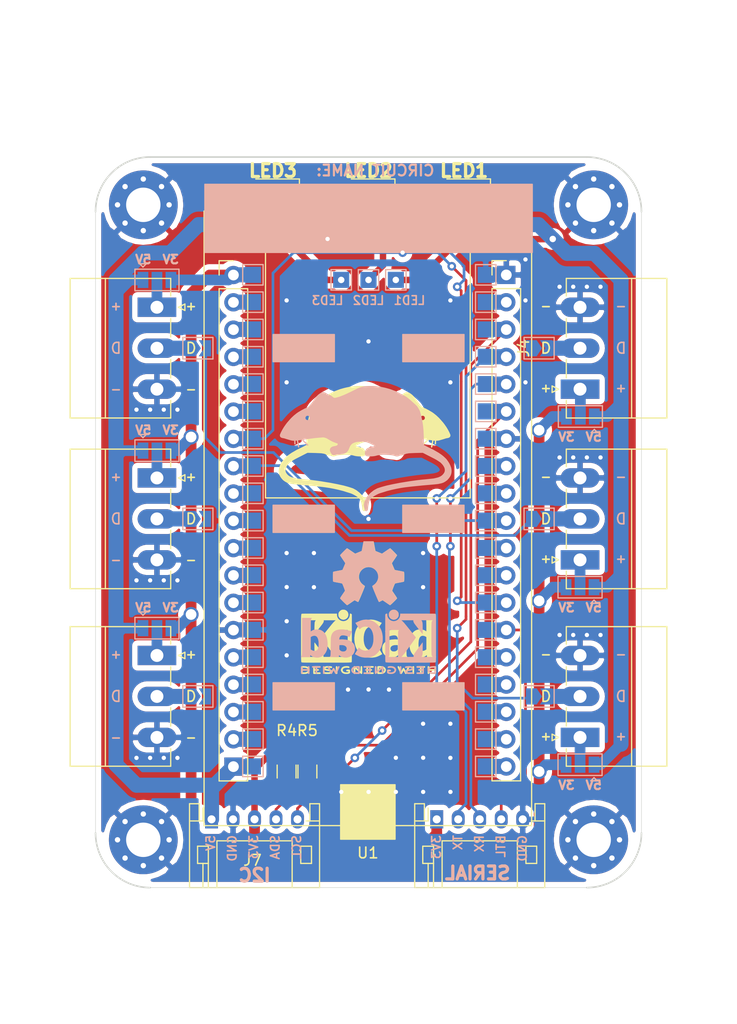
<source format=kicad_pcb>
(kicad_pcb (version 20171130) (host pcbnew "(5.1.7)-1")
  (layers (0 F.Cu signal) (31 B.Cu signal) (34 B.Paste user hide) (35 F.Paste user hide) (36 B.SilkS user) (37 F.SilkS user hide) (38 B.Mask user) (39 F.Mask user hide) (44 Edge.Cuts user))
  (net 0 "")
  (net 1 GND)
  (net 2 5V)
  (net 3 SDA)
  (net 4 SCL)
  (net 5 3V3)
  (net 6 "Net-(D1-Pad2)")
  (net 7 "Net-(JP1-Pad1)")
  (net 8 "Net-(D2-Pad2)")
  (net 9 RELAY_TRIGGER)
  (net 10 "Net-(JP2-Pad1)")
  (net 11 "Net-(J1-Pad1)")
  (net 12 TEMP_SENSOR)
  (net 13 "Net-(J2-Pad2)")
  (net 14 "Net-(J3-Pad1)")
  (net 15 CURRENT_SENSOR)
  (net 16 "Net-(J4-Pad1)")
  (net 17 LED_DATA)
  (net 18 "Net-(J5-Pad1)")
  (net 19 TX)
  (net 20 RX)
  (net 21 GPIO0)
  (net 22 "Net-(U1-Pad21)")
  (net 23 "Net-(U1-Pad28)")
  (net 24 "Net-(U1-Pad31)")
  (net 25 "Net-(U1-Pad34)")
  (net 26 "Net-(U1-Pad36)")
  (net 27 "Net-(U1-Pad37)")
  (net 28 "Net-(U1-Pad38)")
  (net 29 "Net-(U1-Pad27)")
  (net 30 "Net-(U1-Pad30)")
  (net 31 "Net-(U1-Pad2)")
  (net 32 "Net-(U1-Pad3)")
  (net 33 LEDMATRIX)
  (net 34 "Net-(U1-Pad5)")
  (net 35 "Net-(U1-Pad4)")
  (net 36 "Net-(U1-Pad12)")
  (net 37 "Net-(U1-Pad15)")
  (net 38 "Net-(U1-Pad17)")
  (net 39 "Net-(U1-Pad18)")
  (net 40 "Net-(U1-Pad13)")
  (net 41 "Net-(U1-Pad10)")
  (net 42 "Net-(U1-Pad11)")
  (net 43 "Net-(U1-Pad16)")
  (net 44 "Net-(U1-Pad6)")
  (net 45 "Net-(J1-Pad2)")
  (net 46 "Net-(J3-Pad2)")
  (net 47 "Net-(J4-Pad2)")
  (net 48 "Net-(J5-Pad2)")
  (net 49 "Net-(J2-Pad1)")
  (net 50 "Net-(J6-Pad1)")
  (net 51 "Net-(J6-Pad2)")
  (net 52 "Net-(D3-Pad2)")
  (net 53 "Net-(JP15-Pad1)")
  (net 54 GPIO26)
  (net 55 GPIO5)
  (net 56 GPIO4)
  (net 57 GPIO15)
  (module "drz-lib:esp32 38pin azdelivery" (layer F.Cu) (at 54.55 44.4)
    (fp_text reference U1 (at 0 31.115) (layer F.SilkS))
    (fp_text value ESP32-38pins)
    (pad 20 thru_hole rect (at 12.883 -22.6396) (size 1.7 1.7) (drill 1) (layers *.Cu *.Mask) (net 1 GND))
    (pad 21 thru_hole oval (at 12.883 -20.0996) (size 1.7 1.7) (drill 1) (layers *.Cu *.Mask) (net 22 "Net-(U1-Pad21)"))
    (pad 22 thru_hole oval (at 12.883 -17.5596) (size 1.7 1.7) (drill 1) (layers *.Cu *.Mask) (net 4 SCL))
    (pad 28 thru_hole oval (at 12.883 -2.3196) (size 1.7 1.7) (drill 1) (layers *.Cu *.Mask) (net 23 "Net-(U1-Pad28)"))
    (pad 24 thru_hole oval (at 12.883 -12.4796) (size 1.7 1.7) (drill 1) (layers *.Cu *.Mask) (net 20 RX))
    (pad 23 thru_hole oval (at 12.883 -15.0196) (size 1.7 1.7) (drill 1) (layers *.Cu *.Mask) (net 19 TX))
    (pad 26 thru_hole oval (at 12.883 -7.3996) (size 1.7 1.7) (drill 1) (layers *.Cu *.Mask) (net 1 GND))
    (pad 33 thru_hole oval (at 12.883 10.3804) (size 1.7 1.7) (drill 1) (layers *.Cu *.Mask) (net 21 GPIO0))
    (pad 31 thru_hole oval (at 12.883 5.3004) (size 1.7 1.7) (drill 1) (layers *.Cu *.Mask) (net 24 "Net-(U1-Pad31)"))
    (pad 34 thru_hole oval (at 12.883 12.9204) (size 1.7 1.7) (drill 1) (layers *.Cu *.Mask) (net 25 "Net-(U1-Pad34)"))
    (pad 36 thru_hole oval (at 12.883 18.0004) (size 1.7 1.7) (drill 1) (layers *.Cu *.Mask) (net 26 "Net-(U1-Pad36)"))
    (pad 37 thru_hole oval (at 12.883 20.5404) (size 1.7 1.7) (drill 1) (layers *.Cu *.Mask) (net 27 "Net-(U1-Pad37)"))
    (pad 32 thru_hole oval (at 12.883 7.8404) (size 1.7 1.7) (drill 1) (layers *.Cu *.Mask) (net 56 GPIO4))
    (pad 38 thru_hole oval (at 12.883 23.0804) (size 1.7 1.7) (drill 1) (layers *.Cu *.Mask) (net 28 "Net-(U1-Pad38)"))
    (pad 27 thru_hole oval (at 12.883 -4.8596) (size 1.7 1.7) (drill 1) (layers *.Cu *.Mask) (net 29 "Net-(U1-Pad27)"))
    (pad 29 thru_hole oval (at 12.883 0.2204) (size 1.7 1.7) (drill 1) (layers *.Cu *.Mask) (net 55 GPIO5))
    (pad 30 thru_hole oval (at 12.883 2.7604) (size 1.7 1.7) (drill 1) (layers *.Cu *.Mask) (net 30 "Net-(U1-Pad30)"))
    (pad 35 thru_hole oval (at 12.883 15.4604) (size 1.7 1.7) (drill 1) (layers *.Cu *.Mask) (net 57 GPIO15))
    (pad 25 thru_hole oval (at 12.883 -9.9396) (size 1.7 1.7) (drill 1) (layers *.Cu *.Mask) (net 3 SDA))
    (pad 1 thru_hole circle (at -12.5095 -22.6314) (size 1.7 1.7) (drill 1) (layers *.Cu *.Mask) (net 5 3V3))
    (pad 2 thru_hole oval (at -12.5095 -20.0914) (size 1.7 1.7) (drill 1) (layers *.Cu *.Mask) (net 31 "Net-(U1-Pad2)"))
    (pad 3 thru_hole oval (at -12.5095 -17.5514) (size 1.7 1.7) (drill 1) (layers *.Cu *.Mask) (net 32 "Net-(U1-Pad3)"))
    (pad 9 thru_hole oval (at -12.5095 -2.3114) (size 1.7 1.7) (drill 1) (layers *.Cu *.Mask) (net 33 LEDMATRIX))
    (pad 5 thru_hole oval (at -12.5095 -12.4714) (size 1.7 1.7) (drill 1) (layers *.Cu *.Mask) (net 34 "Net-(U1-Pad5)"))
    (pad 4 thru_hole oval (at -12.5095 -15.0114) (size 1.7 1.7) (drill 1) (layers *.Cu *.Mask) (net 35 "Net-(U1-Pad4)"))
    (pad 7 thru_hole oval (at -12.5095 -7.3914) (size 1.7 1.7) (drill 1) (layers *.Cu *.Mask) (net 9 RELAY_TRIGGER))
    (pad 14 thru_hole oval (at -12.5095 10.3886) (size 1.7 1.7) (drill 1) (layers *.Cu *.Mask) (net 1 GND))
    (pad 12 thru_hole oval (at -12.5095 5.3086) (size 1.7 1.7) (drill 1) (layers *.Cu *.Mask) (net 36 "Net-(U1-Pad12)"))
    (pad 15 thru_hole oval (at -12.5095 12.9286) (size 1.7 1.7) (drill 1) (layers *.Cu *.Mask) (net 37 "Net-(U1-Pad15)"))
    (pad 17 thru_hole oval (at -12.5095 18.0086) (size 1.7 1.7) (drill 1) (layers *.Cu *.Mask) (net 38 "Net-(U1-Pad17)"))
    (pad 18 thru_hole oval (at -12.5095 20.5486) (size 1.7 1.7) (drill 1) (layers *.Cu *.Mask) (net 39 "Net-(U1-Pad18)"))
    (pad 13 thru_hole oval (at -12.5095 7.8486) (size 1.7 1.7) (drill 1) (layers *.Cu *.Mask) (net 40 "Net-(U1-Pad13)"))
    (pad 19 thru_hole rect (at -12.5095 23.0886) (size 1.7 1.7) (drill 1) (layers *.Cu *.Mask) (net 2 5V))
    (pad 8 thru_hole oval (at -12.5095 -4.8514) (size 1.7 1.7) (drill 1) (layers *.Cu *.Mask) (net 15 CURRENT_SENSOR))
    (pad 10 thru_hole oval (at -12.5095 0.2286) (size 1.7 1.7) (drill 1) (layers *.Cu *.Mask) (net 41 "Net-(U1-Pad10)"))
    (pad 11 thru_hole oval (at -12.5095 2.7686) (size 1.7 1.7) (drill 1) (layers *.Cu *.Mask) (net 42 "Net-(U1-Pad11)"))
    (pad 16 thru_hole oval (at -12.5095 15.4686) (size 1.7 1.7) (drill 1) (layers *.Cu *.Mask) (net 43 "Net-(U1-Pad16)"))
    (pad 6 thru_hole oval (at -12.5095 -9.9314) (size 1.7 1.7) (drill 1) (layers *.Cu *.Mask) (net 44 "Net-(U1-Pad6)"))
  )
  (module Connectors_Phoenix:PhoenixContact_MC-G_03x3.81mm_Angled (layer F.Cu) (at 34.925 40.64 270)
    (fp_text reference J1 hide)
    (fp_text value TEMPERATURE)
    (pad 1 thru_hole rect (at 0 0 270) (size 1.8 3.6) (drill 1.2) (layers *.Cu *.Mask) (net 11 "Net-(J1-Pad1)"))
    (pad 2 thru_hole oval (at 3.81 0 270) (size 1.8 3.6) (drill 1.2) (layers *.Cu *.Mask) (net 45 "Net-(J1-Pad2)"))
    (pad 3 thru_hole oval (at 7.62 0 270) (size 1.8 3.6) (drill 1.2) (layers *.Cu *.Mask) (net 1 GND))
  )
  (module Connectors_Phoenix:PhoenixContact_MC-G_03x3.81mm_Angled (layer F.Cu) (at 34.925 57.15 270)
    (fp_text reference J2 hide)
    (fp_text value "LED DATA")
    (pad 1 thru_hole rect (at 0 0 270) (size 1.8 3.6) (drill 1.2) (layers *.Cu *.Mask) (net 49 "Net-(J2-Pad1)"))
    (pad 2 thru_hole oval (at 3.81 0 270) (size 1.8 3.6) (drill 1.2) (layers *.Cu *.Mask) (net 13 "Net-(J2-Pad2)"))
    (pad 3 thru_hole oval (at 7.62 0 270) (size 1.8 3.6) (drill 1.2) (layers *.Cu *.Mask) (net 1 GND))
  )
  (module Connectors_Phoenix:PhoenixContact_MC-G_03x3.81mm_Angled (layer F.Cu) (at 34.925 24.765 270)
    (fp_text reference J3 hide)
    (fp_text value UNK)
    (pad 1 thru_hole rect (at 0 0 270) (size 1.8 3.6) (drill 1.2) (layers *.Cu *.Mask) (net 14 "Net-(J3-Pad1)"))
    (pad 2 thru_hole oval (at 3.81 0 270) (size 1.8 3.6) (drill 1.2) (layers *.Cu *.Mask) (net 46 "Net-(J3-Pad2)"))
    (pad 3 thru_hole oval (at 7.62 0 270) (size 1.8 3.6) (drill 1.2) (layers *.Cu *.Mask) (net 1 GND))
  )
  (module Connectors_Phoenix:PhoenixContact_MC-G_03x3.81mm_Angled (layer F.Cu) (at 74.295 32.385 90)
    (fp_text reference J4 (at 3.81 -5.25 90) (layer F.SilkS))
    (fp_text value POWER)
    (pad 1 thru_hole rect (at 0 0 90) (size 1.8 3.6) (drill 1.2) (layers *.Cu *.Mask) (net 16 "Net-(J4-Pad1)"))
    (pad 2 thru_hole oval (at 3.81 0 90) (size 1.8 3.6) (drill 1.2) (layers *.Cu *.Mask) (net 47 "Net-(J4-Pad2)"))
    (pad 3 thru_hole oval (at 7.62 0 90) (size 1.8 3.6) (drill 1.2) (layers *.Cu *.Mask) (net 1 GND))
  )
  (module Connectors_Phoenix:PhoenixContact_MC-G_03x3.81mm_Angled (layer F.Cu) (at 74.295 48.26 90)
    (fp_text reference J5 hide)
    (fp_text value CURRENT)
    (pad 1 thru_hole rect (at 0 0 90) (size 1.8 3.6) (drill 1.2) (layers *.Cu *.Mask) (net 18 "Net-(J5-Pad1)"))
    (pad 2 thru_hole oval (at 3.81 0 90) (size 1.8 3.6) (drill 1.2) (layers *.Cu *.Mask) (net 48 "Net-(J5-Pad2)"))
    (pad 3 thru_hole oval (at 7.62 0 90) (size 1.8 3.6) (drill 1.2) (layers *.Cu *.Mask) (net 1 GND))
  )
  (module Connectors_Phoenix:PhoenixContact_MC-G_03x3.81mm_Angled (layer F.Cu) (at 74.295 64.77 90)
    (fp_text reference J6 hide)
    (fp_text value RELAY)
    (pad 1 thru_hole rect (at 0 0 90) (size 1.8 3.6) (drill 1.2) (layers *.Cu *.Mask) (net 50 "Net-(J6-Pad1)"))
    (pad 2 thru_hole oval (at 3.81 0 90) (size 1.8 3.6) (drill 1.2) (layers *.Cu *.Mask) (net 51 "Net-(J6-Pad2)"))
    (pad 3 thru_hole oval (at 7.62 0 90) (size 1.8 3.6) (drill 1.2) (layers *.Cu *.Mask) (net 1 GND))
  )
  (module Connectors_JST:JST_PH_S5B-PH-K_05x2.00mm_Angled (layer F.Cu) (at 60.96 72.39)
    (fp_text reference J8 hide)
    (fp_text value SERIAL (at 3.81 5 180) (layer B.SilkS) (effects (font (size 1.2 1.2) (thickness 0.3)) (justify mirror)))
    (pad 1 thru_hole rect (at 0 0) (size 1.2 1.7) (drill 0.75) (layers *.Cu *.Mask) (net 5 3V3))
    (pad 2 thru_hole oval (at 2 0) (size 1.2 1.7) (drill 0.75) (layers *.Cu *.Mask) (net 19 TX))
    (pad 3 thru_hole oval (at 4 0) (size 1.2 1.7) (drill 0.75) (layers *.Cu *.Mask) (net 20 RX))
    (pad 4 thru_hole oval (at 6 0) (size 1.2 1.7) (drill 0.75) (layers *.Cu *.Mask) (net 21 GPIO0))
    (pad 5 thru_hole oval (at 8 0) (size 1.2 1.7) (drill 0.75) (layers *.Cu *.Mask) (net 1 GND))
  )
  (module "Test points:TestPoint_Pad_1.5x1.5mm" (layer B.Cu) (at 52.07 22.215)
    (fp_text reference REF** hide)
    (fp_text value TestPoint_Pad_1.5x1.5mm)
    (pad 1 smd rect (at 0 0) (size 1.5 1.5) (layers B.Cu B.Mask) (net 53 "Net-(JP15-Pad1)"))
  )
  (module "Test points:TestPoint_Pad_1.5x1.5mm" (layer B.Cu) (at 54.61 22.225)
    (fp_text reference REF** hide)
    (fp_text value TestPoint_Pad_1.5x1.5mm)
    (pad 1 smd rect (at 0 0) (size 1.5 1.5) (layers B.Cu B.Mask) (net 10 "Net-(JP2-Pad1)"))
  )
  (module "Test points:TestPoint_Pad_1.5x1.5mm" (layer B.Cu) (at 57.1558 22.215)
    (fp_text reference REF** hide)
    (fp_text value TestPoint_Pad_1.5x1.5mm)
    (pad 1 smd rect (at 0 0) (size 1.5 1.5) (layers B.Cu B.Mask) (net 7 "Net-(JP1-Pad1)"))
  )
  (module Resistors_SMD:R_0805_HandSoldering (layer F.Cu) (at 45.72 16.5 180)
    (fp_text reference R3 (at 3.81 0) (layer F.SilkS))
    (fp_text value 51)
    (pad 1 smd rect (at -1.35 0 180) (size 1.5 1.3) (layers F.Cu F.Paste F.Mask) (net 53 "Net-(JP15-Pad1)"))
    (pad 2 smd rect (at 1.35 0 180) (size 1.5 1.3) (layers F.Cu F.Paste F.Mask) (net 52 "Net-(D3-Pad2)"))
  )
  (module Jumper:SolderJumper-2_P1.3mm_Open_RoundedPad1.0x1.5mm (layer F.Cu) (at 49.53 17.795 270)
    (fp_text reference JP15 hide)
    (fp_text value PLJP)
    (pad 2 smd custom (at 0.65 0 270) (size 1 0.5) (layers F.Cu F.Mask) (net 56 GPIO4) (options (clearance outline) (anchor rect)) (primitives (gr_circle (center 0 0.25) (end 0.5 0.25) (width 0)) (gr_circle (center 0 -0.25) (end 0.5 -0.25) (width 0)) (gr_poly (pts (xy 0 -0.75) (xy -0.5 -0.75) (xy -0.5 0.75) (xy 0 0.75)) (width 0))))
    (pad 1 smd custom (at -0.65 0 270) (size 1 0.5) (layers F.Cu F.Mask) (net 53 "Net-(JP15-Pad1)") (options (clearance outline) (anchor rect)) (primitives (gr_circle (center 0 0.25) (end 0.5 0.25) (width 0)) (gr_circle (center 0 -0.25) (end 0.5 -0.25) (width 0)) (gr_poly (pts (xy 0 -0.75) (xy 0.5 -0.75) (xy 0.5 0.75) (xy 0 0.75)) (width 0))))
  )
  (module LED_SMD:LED_1206_3216Metric_Pad1.42x1.75mm_HandSolder (layer F.Cu) (at 45.72 13.97 180)
    (fp_text reference D3 (at 3.81 0) (layer F.SilkS))
    (fp_text value RELAY)
    (pad 2 smd roundrect (at 1.4875 0 180) (size 1.425 1.75) (layers F.Cu F.Paste F.Mask) (roundrect_rratio 0.1754385964912281) (net 52 "Net-(D3-Pad2)"))
    (pad 1 smd roundrect (at -1.4875 0 180) (size 1.425 1.75) (layers F.Cu F.Paste F.Mask) (roundrect_rratio 0.1754385964912281) (net 1 GND))
  )
  (module "Test points:TestPoint_Pad_1.5x1.5mm" (layer B.Cu) (at 43.8538 67.47)
    (fp_text reference REF** hide)
    (fp_text value TestPoint_Pad_1.5x1.5mm)
    (pad 1 smd rect (at 0 0) (size 1.5 1.5) (layers B.Cu B.Mask) (net 2 5V))
  )
  (module "Test points:TestPoint_Pad_1.5x1.5mm" (layer B.Cu) (at 43.8538 64.93)
    (fp_text reference REF** hide)
    (fp_text value TestPoint_Pad_1.5x1.5mm)
    (pad 1 smd rect (at 0 0) (size 1.5 1.5) (layers B.Cu B.Mask) (net 39 "Net-(U1-Pad18)"))
  )
  (module "Test points:TestPoint_Pad_1.5x1.5mm" (layer B.Cu) (at 43.8538 62.39)
    (fp_text reference REF** hide)
    (fp_text value TestPoint_Pad_1.5x1.5mm)
    (pad 1 smd rect (at 0 0) (size 1.5 1.5) (layers B.Cu B.Mask) (net 38 "Net-(U1-Pad17)"))
  )
  (module "Test points:TestPoint_Pad_1.5x1.5mm" (layer B.Cu) (at 43.8538 59.85)
    (fp_text reference REF** hide)
    (fp_text value TestPoint_Pad_1.5x1.5mm)
    (pad 1 smd rect (at 0 0) (size 1.5 1.5) (layers B.Cu B.Mask) (net 43 "Net-(U1-Pad16)"))
  )
  (module "Test points:TestPoint_Pad_1.5x1.5mm" (layer B.Cu) (at 43.8538 57.31)
    (fp_text reference REF** hide)
    (fp_text value TestPoint_Pad_1.5x1.5mm)
    (pad 1 smd rect (at 0 0) (size 1.5 1.5) (layers B.Cu B.Mask) (net 37 "Net-(U1-Pad15)"))
  )
  (module "Test points:TestPoint_Pad_1.5x1.5mm" (layer B.Cu) (at 43.8538 54.77)
    (fp_text reference REF** hide)
    (fp_text value TestPoint_Pad_1.5x1.5mm)
    (pad 1 smd rect (at 0 0) (size 1.5 1.5) (layers B.Cu B.Mask) (net 1 GND))
  )
  (module "Test points:TestPoint_Pad_1.5x1.5mm" (layer B.Cu) (at 43.8538 52.23)
    (fp_text reference REF** hide)
    (fp_text value TestPoint_Pad_1.5x1.5mm)
    (pad 1 smd rect (at 0 0) (size 1.5 1.5) (layers B.Cu B.Mask) (net 40 "Net-(U1-Pad13)"))
  )
  (module "Test points:TestPoint_Pad_1.5x1.5mm" (layer B.Cu) (at 43.8538 49.69)
    (fp_text reference REF** hide)
    (fp_text value TestPoint_Pad_1.5x1.5mm)
    (pad 1 smd rect (at 0 0) (size 1.5 1.5) (layers B.Cu B.Mask) (net 36 "Net-(U1-Pad12)"))
  )
  (module "Test points:TestPoint_Pad_1.5x1.5mm" (layer B.Cu) (at 43.8538 47.15)
    (fp_text reference REF** hide)
    (fp_text value TestPoint_Pad_1.5x1.5mm)
    (pad 1 smd rect (at 0 0) (size 1.5 1.5) (layers B.Cu B.Mask) (net 42 "Net-(U1-Pad11)"))
  )
  (module "Test points:TestPoint_Pad_1.5x1.5mm" (layer B.Cu) (at 43.8538 44.61)
    (fp_text reference REF** hide)
    (fp_text value TestPoint_Pad_1.5x1.5mm)
    (pad 1 smd rect (at 0 0) (size 1.5 1.5) (layers B.Cu B.Mask) (net 41 "Net-(U1-Pad10)"))
  )
  (module "Test points:TestPoint_Pad_1.5x1.5mm" (layer B.Cu) (at 43.8538 42.07)
    (fp_text reference REF** hide)
    (fp_text value TestPoint_Pad_1.5x1.5mm)
    (pad 1 smd rect (at 0 0) (size 1.5 1.5) (layers B.Cu B.Mask) (net 33 LEDMATRIX))
  )
  (module "Test points:TestPoint_Pad_1.5x1.5mm" (layer B.Cu) (at 43.8538 39.53)
    (fp_text reference REF** hide)
    (fp_text value TestPoint_Pad_1.5x1.5mm)
    (pad 1 smd rect (at 0 0) (size 1.5 1.5) (layers B.Cu B.Mask) (net 15 CURRENT_SENSOR))
  )
  (module "Test points:TestPoint_Pad_1.5x1.5mm" (layer B.Cu) (at 43.8538 36.99)
    (fp_text reference REF** hide)
    (fp_text value TestPoint_Pad_1.5x1.5mm)
    (pad 1 smd rect (at 0 0) (size 1.5 1.5) (layers B.Cu B.Mask) (net 9 RELAY_TRIGGER))
  )
  (module "Test points:TestPoint_Pad_1.5x1.5mm" (layer B.Cu) (at 43.8538 34.45)
    (fp_text reference REF** hide)
    (fp_text value TestPoint_Pad_1.5x1.5mm)
    (pad 1 smd rect (at 0 0) (size 1.5 1.5) (layers B.Cu B.Mask) (net 44 "Net-(U1-Pad6)"))
  )
  (module "Test points:TestPoint_Pad_1.5x1.5mm" (layer B.Cu) (at 43.8538 31.91)
    (fp_text reference REF** hide)
    (fp_text value TestPoint_Pad_1.5x1.5mm)
    (pad 1 smd rect (at 0 0) (size 1.5 1.5) (layers B.Cu B.Mask) (net 34 "Net-(U1-Pad5)"))
  )
  (module "Test points:TestPoint_Pad_1.5x1.5mm" (layer B.Cu) (at 43.8538 29.37)
    (fp_text reference REF** hide)
    (fp_text value TestPoint_Pad_1.5x1.5mm)
    (pad 1 smd rect (at 0 0) (size 1.5 1.5) (layers B.Cu B.Mask) (net 35 "Net-(U1-Pad4)"))
  )
  (module "Test points:TestPoint_Pad_1.5x1.5mm" (layer B.Cu) (at 43.8538 26.83)
    (fp_text reference REF** hide)
    (fp_text value TestPoint_Pad_1.5x1.5mm)
    (pad 1 smd rect (at 0 0) (size 1.5 1.5) (layers B.Cu B.Mask) (net 32 "Net-(U1-Pad3)"))
  )
  (module "Test points:TestPoint_Pad_1.5x1.5mm" (layer B.Cu) (at 43.8538 24.29)
    (fp_text reference REF** hide)
    (fp_text value TestPoint_Pad_1.5x1.5mm)
    (pad 1 smd rect (at 0 0) (size 1.5 1.5) (layers B.Cu B.Mask) (net 31 "Net-(U1-Pad2)"))
  )
  (module "Test points:TestPoint_Pad_1.5x1.5mm" (layer B.Cu) (at 43.8538 21.75)
    (fp_text reference REF** hide)
    (fp_text value TestPoint_Pad_1.5x1.5mm)
    (pad 1 smd rect (at 0 0) (size 1.5 1.5) (layers B.Cu B.Mask) (net 5 3V3))
  )
  (module "Test points:TestPoint_Pad_1.5x1.5mm" (layer B.Cu) (at 65.52 21.75)
    (fp_text reference REF** hide)
    (fp_text value TestPoint_Pad_1.5x1.5mm)
    (pad 1 smd rect (at 0 0) (size 1.5 1.5) (layers B.Cu B.Mask) (net 1 GND))
  )
  (module "Test points:TestPoint_Pad_1.5x1.5mm" (layer B.Cu) (at 65.52 24.29)
    (fp_text reference REF** hide)
    (fp_text value TestPoint_Pad_1.5x1.5mm)
    (pad 1 smd rect (at 0 0) (size 1.5 1.5) (layers B.Cu B.Mask) (net 22 "Net-(U1-Pad21)"))
  )
  (module "Test points:TestPoint_Pad_1.5x1.5mm" (layer B.Cu) (at 65.52 26.83)
    (fp_text reference REF** hide)
    (fp_text value TestPoint_Pad_1.5x1.5mm)
    (pad 1 smd rect (at 0 0) (size 1.5 1.5) (layers B.Cu B.Mask) (net 4 SCL))
  )
  (module "Test points:TestPoint_Pad_1.5x1.5mm" (layer B.Cu) (at 65.52 29.37)
    (fp_text reference REF** hide)
    (fp_text value TestPoint_Pad_1.5x1.5mm)
    (pad 1 smd rect (at 0 0) (size 1.5 1.5) (layers B.Cu B.Mask) (net 19 TX))
  )
  (module "Test points:TestPoint_Pad_1.5x1.5mm" (layer B.Cu) (at 65.52 31.91)
    (fp_text reference REF** hide)
    (fp_text value TestPoint_Pad_1.5x1.5mm)
    (pad 1 smd rect (at 0 0) (size 1.5 1.5) (layers B.Cu B.Mask) (net 20 RX))
  )
  (module "Test points:TestPoint_Pad_1.5x1.5mm" (layer B.Cu) (at 65.52 34.45)
    (fp_text reference REF** hide)
    (fp_text value TestPoint_Pad_1.5x1.5mm)
    (pad 1 smd rect (at 0 0) (size 1.5 1.5) (layers B.Cu B.Mask) (net 3 SDA))
  )
  (module "Test points:TestPoint_Pad_1.5x1.5mm" (layer B.Cu) (at 65.52 36.99)
    (fp_text reference REF** hide)
    (fp_text value TestPoint_Pad_1.5x1.5mm)
    (pad 1 smd rect (at 0 0) (size 1.5 1.5) (layers B.Cu B.Mask) (net 1 GND))
  )
  (module "Test points:TestPoint_Pad_1.5x1.5mm" (layer B.Cu) (at 65.52 39.53)
    (fp_text reference REF** hide)
    (fp_text value TestPoint_Pad_1.5x1.5mm)
    (pad 1 smd rect (at 0 0) (size 1.5 1.5) (layers B.Cu B.Mask) (net 29 "Net-(U1-Pad27)"))
  )
  (module "Test points:TestPoint_Pad_1.5x1.5mm" (layer B.Cu) (at 65.52 42.07)
    (fp_text reference REF** hide)
    (fp_text value TestPoint_Pad_1.5x1.5mm)
    (pad 1 smd rect (at 0 0) (size 1.5 1.5) (layers B.Cu B.Mask) (net 23 "Net-(U1-Pad28)"))
  )
  (module "Test points:TestPoint_Pad_1.5x1.5mm" (layer B.Cu) (at 65.52 44.61)
    (fp_text reference REF** hide)
    (fp_text value TestPoint_Pad_1.5x1.5mm)
    (pad 1 smd rect (at 0 0) (size 1.5 1.5) (layers B.Cu B.Mask) (net 55 GPIO5))
  )
  (module "Test points:TestPoint_Pad_1.5x1.5mm" (layer B.Cu) (at 65.52 47.15)
    (fp_text reference REF** hide)
    (fp_text value TestPoint_Pad_1.5x1.5mm)
    (pad 1 smd rect (at 0 0) (size 1.5 1.5) (layers B.Cu B.Mask) (net 30 "Net-(U1-Pad30)"))
  )
  (module "Test points:TestPoint_Pad_1.5x1.5mm" (layer B.Cu) (at 65.52 49.69)
    (fp_text reference REF** hide)
    (fp_text value TestPoint_Pad_1.5x1.5mm)
    (pad 1 smd rect (at 0 0) (size 1.5 1.5) (layers B.Cu B.Mask) (net 24 "Net-(U1-Pad31)"))
  )
  (module "Test points:TestPoint_Pad_1.5x1.5mm" (layer B.Cu) (at 65.52 52.23)
    (fp_text reference REF** hide)
    (fp_text value TestPoint_Pad_1.5x1.5mm)
    (pad 1 smd rect (at 0 0) (size 1.5 1.5) (layers B.Cu B.Mask) (net 56 GPIO4))
  )
  (module "Test points:TestPoint_Pad_1.5x1.5mm" (layer B.Cu) (at 65.52 54.77)
    (fp_text reference REF** hide)
    (fp_text value TestPoint_Pad_1.5x1.5mm)
    (pad 1 smd rect (at 0 0) (size 1.5 1.5) (layers B.Cu B.Mask) (net 21 GPIO0))
  )
  (module "Test points:TestPoint_Pad_1.5x1.5mm" (layer B.Cu) (at 65.52 57.31)
    (fp_text reference REF** hide)
    (fp_text value TestPoint_Pad_1.5x1.5mm)
    (pad 1 smd rect (at 0 0) (size 1.5 1.5) (layers B.Cu B.Mask) (net 25 "Net-(U1-Pad34)"))
  )
  (module "Test points:TestPoint_Pad_1.5x1.5mm" (layer B.Cu) (at 65.52 59.85)
    (fp_text reference REF** hide)
    (fp_text value TestPoint_Pad_1.5x1.5mm)
    (pad 1 smd rect (at 0 0) (size 1.5 1.5) (layers B.Cu B.Mask) (net 57 GPIO15))
  )
  (module "Test points:TestPoint_Pad_1.5x1.5mm" (layer B.Cu) (at 65.52 62.39)
    (fp_text reference REF** hide)
    (fp_text value TestPoint_Pad_1.5x1.5mm)
    (pad 1 smd rect (at 0 0) (size 1.5 1.5) (layers B.Cu B.Mask) (net 26 "Net-(U1-Pad36)"))
  )
  (module "Test points:TestPoint_Pad_1.5x1.5mm" (layer B.Cu) (at 65.52 64.93)
    (fp_text reference REF** hide)
    (fp_text value TestPoint_Pad_1.5x1.5mm)
    (pad 1 smd rect (at 0 0) (size 1.5 1.5) (layers B.Cu B.Mask) (net 27 "Net-(U1-Pad37)"))
  )
  (module "Test points:TestPoint_Pad_1.5x1.5mm" (layer B.Cu) (at 65.52 67.47)
    (fp_text reference REF** hide)
    (fp_text value TestPoint_Pad_1.5x1.5mm)
    (pad 1 smd rect (at 0 0) (size 1.5 1.5) (layers B.Cu B.Mask) (net 28 "Net-(U1-Pad38)"))
  )
  (module Connectors_JST:JST_PH_S5B-PH-K_05x2.00mm_Angled (layer F.Cu) (at 40.005 72.39)
    (fp_text reference J7 (at 3.81 3.81) (layer F.SilkS))
    (fp_text value I2C (at 4 5.207) (layer B.SilkS) (effects (font (size 1.2 1.2) (thickness 0.3)) (justify mirror)))
    (pad 1 thru_hole rect (at 0 0) (size 1.2 1.7) (drill 0.75) (layers *.Cu *.Mask) (net 2 5V))
    (pad 2 thru_hole oval (at 2 0) (size 1.2 1.7) (drill 0.75) (layers *.Cu *.Mask) (net 1 GND))
    (pad 3 thru_hole oval (at 4 0) (size 1.2 1.7) (drill 0.75) (layers *.Cu *.Mask) (net 5 3V3))
    (pad 4 thru_hole oval (at 6 0) (size 1.2 1.7) (drill 0.75) (layers *.Cu *.Mask) (net 3 SDA))
    (pad 5 thru_hole oval (at 8 0) (size 1.2 1.7) (drill 0.75) (layers *.Cu *.Mask) (net 4 SCL))
  )
  (module Jumper:SolderJumper-2_P1.3mm_Open_TrianglePad1.0x1.5mm (layer B.Cu) (at 38.735 28.575)
    (fp_text reference JP14 hide)
    (fp_text value SolderJumper_2_Open)
    (pad 1 smd custom (at -0.725 0) (size 0.3 0.3) (layers B.Cu B.Mask) (net 46 "Net-(J3-Pad2)") (options (clearance outline) (anchor rect)) (primitives (gr_poly (pts (xy -0.5 0.75) (xy 0.5 0.75) (xy 1 0) (xy 0.5 -0.75) (xy -0.5 -0.75)) (width 0))))
    (pad 2 smd custom (at 0.725 0) (size 0.3 0.3) (layers B.Cu B.Mask) (net 55 GPIO5) (options (clearance outline) (anchor rect)) (primitives (gr_poly (pts (xy -0.65 0.75) (xy 0.5 0.75) (xy 0.5 -0.75) (xy -0.65 -0.75) (xy -0.15 0)) (width 0))))
  )
  (module Jumper:SolderJumper-3_P1.3mm_Open_Pad1.0x1.5mm (layer B.Cu) (at 34.925 22.225)
    (fp_text reference JP13 hide)
    (fp_text value Jumper_3_Open)
    (pad 1 smd rect (at -1.3 0) (size 1 1.5) (layers B.Cu B.Mask) (net 2 5V))
    (pad 2 smd rect (at 0 0) (size 1 1.5) (layers B.Cu B.Mask) (net 14 "Net-(J3-Pad1)"))
    (pad 3 smd rect (at 1.3 0) (size 1 1.5) (layers B.Cu B.Mask) (net 5 3V3))
  )
  (module Jumper:SolderJumper-3_P1.3mm_Open_Pad1.0x1.5mm (layer B.Cu) (at 74.295 50.8 180)
    (fp_text reference JP10 hide)
    (fp_text value Jumper_3_Open)
    (pad 1 smd rect (at -1.3 0 180) (size 1 1.5) (layers B.Cu B.Mask) (net 2 5V))
    (pad 2 smd rect (at 0 0 180) (size 1 1.5) (layers B.Cu B.Mask) (net 18 "Net-(J5-Pad1)"))
    (pad 3 smd rect (at 1.3 0 180) (size 1 1.5) (layers B.Cu B.Mask) (net 5 3V3))
  )
  (module Jumper:SolderJumper-3_P1.3mm_Open_Pad1.0x1.5mm (layer B.Cu) (at 74.295 67.31 180)
    (fp_text reference JP12 hide)
    (fp_text value Jumper_3_Open)
    (pad 1 smd rect (at -1.3 0 180) (size 1 1.5) (layers B.Cu B.Mask) (net 2 5V))
    (pad 2 smd rect (at 0 0 180) (size 1 1.5) (layers B.Cu B.Mask) (net 50 "Net-(J6-Pad1)"))
    (pad 3 smd rect (at 1.3 0 180) (size 1 1.5) (layers B.Cu B.Mask) (net 5 3V3))
  )
  (module Jumper:SolderJumper-3_P1.3mm_Open_Pad1.0x1.5mm (layer B.Cu) (at 34.925 54.61)
    (fp_text reference JP11 hide)
    (fp_text value Jumper_3_Open)
    (pad 1 smd rect (at -1.3 0) (size 1 1.5) (layers B.Cu B.Mask) (net 2 5V))
    (pad 2 smd rect (at 0 0) (size 1 1.5) (layers B.Cu B.Mask) (net 49 "Net-(J2-Pad1)"))
    (pad 3 smd rect (at 1.3 0) (size 1 1.5) (layers B.Cu B.Mask) (net 5 3V3))
  )
  (module Jumper:SolderJumper-3_P1.3mm_Open_Pad1.0x1.5mm (layer B.Cu) (at 74.325 34.925 180)
    (fp_text reference JP9 hide)
    (fp_text value Jumper_3_Open)
    (pad 1 smd rect (at -1.3 0 180) (size 1 1.5) (layers B.Cu B.Mask) (net 2 5V))
    (pad 2 smd rect (at 0 0 180) (size 1 1.5) (layers B.Cu B.Mask) (net 16 "Net-(J4-Pad1)"))
    (pad 3 smd rect (at 1.3 0 180) (size 1 1.5) (layers B.Cu B.Mask) (net 5 3V3))
  )
  (module Jumper:SolderJumper-3_P1.3mm_Open_Pad1.0x1.5mm (layer B.Cu) (at 34.925 38.1)
    (fp_text reference JP8 hide)
    (fp_text value Jumper_3_Open)
    (pad 1 smd rect (at -1.3 0) (size 1 1.5) (layers B.Cu B.Mask) (net 2 5V))
    (pad 2 smd rect (at 0 0) (size 1 1.5) (layers B.Cu B.Mask) (net 11 "Net-(J1-Pad1)"))
    (pad 3 smd rect (at 1.3 0) (size 1 1.5) (layers B.Cu B.Mask) (net 5 3V3))
  )
  (module Jumper:SolderJumper-2_P1.3mm_Open_TrianglePad1.0x1.5mm (layer B.Cu) (at 70.485 60.96)
    (fp_text reference JP7 hide)
    (fp_text value D)
    (pad 1 smd custom (at -0.725 0) (size 0.3 0.3) (layers B.Cu B.Mask) (net 9 RELAY_TRIGGER) (options (clearance outline) (anchor rect)) (primitives (gr_poly (pts (xy -0.5 0.75) (xy 0.5 0.75) (xy 1 0) (xy 0.5 -0.75) (xy -0.5 -0.75)) (width 0))))
    (pad 2 smd custom (at 0.725 0) (size 0.3 0.3) (layers B.Cu B.Mask) (net 51 "Net-(J6-Pad2)") (options (clearance outline) (anchor rect)) (primitives (gr_poly (pts (xy -0.65 0.75) (xy 0.5 0.75) (xy 0.5 -0.75) (xy -0.65 -0.75) (xy -0.15 0)) (width 0))))
  )
  (module Jumper:SolderJumper-2_P1.3mm_Open_TrianglePad1.0x1.5mm (layer B.Cu) (at 70.485 44.45)
    (fp_text reference JP6 hide)
    (fp_text value D)
    (pad 1 smd custom (at -0.725 0) (size 0.3 0.3) (layers B.Cu B.Mask) (net 15 CURRENT_SENSOR) (options (clearance outline) (anchor rect)) (primitives (gr_poly (pts (xy -0.5 0.75) (xy 0.5 0.75) (xy 1 0) (xy 0.5 -0.75) (xy -0.5 -0.75)) (width 0))))
    (pad 2 smd custom (at 0.725 0) (size 0.3 0.3) (layers B.Cu B.Mask) (net 48 "Net-(J5-Pad2)") (options (clearance outline) (anchor rect)) (primitives (gr_poly (pts (xy -0.65 0.75) (xy 0.5 0.75) (xy 0.5 -0.75) (xy -0.65 -0.75) (xy -0.15 0)) (width 0))))
  )
  (module Jumper:SolderJumper-2_P1.3mm_Open_TrianglePad1.0x1.5mm (layer B.Cu) (at 70.485 28.575)
    (fp_text reference JP4 hide)
    (fp_text value D)
    (pad 1 smd custom (at -0.725 0) (size 0.3 0.3) (layers B.Cu B.Mask) (net 54 GPIO26) (options (clearance outline) (anchor rect)) (primitives (gr_poly (pts (xy -0.5 0.75) (xy 0.5 0.75) (xy 1 0) (xy 0.5 -0.75) (xy -0.5 -0.75)) (width 0))))
    (pad 2 smd custom (at 0.725 0) (size 0.3 0.3) (layers B.Cu B.Mask) (net 47 "Net-(J4-Pad2)") (options (clearance outline) (anchor rect)) (primitives (gr_poly (pts (xy -0.65 0.75) (xy 0.5 0.75) (xy 0.5 -0.75) (xy -0.65 -0.75) (xy -0.15 0)) (width 0))))
  )
  (module Jumper:SolderJumper-2_P1.3mm_Open_TrianglePad1.0x1.5mm (layer B.Cu) (at 38.735 60.96)
    (fp_text reference JP5 hide)
    (fp_text value SolderJumper_2_Open)
    (pad 1 smd custom (at -0.725 0) (size 0.3 0.3) (layers B.Cu B.Mask) (net 13 "Net-(J2-Pad2)") (options (clearance outline) (anchor rect)) (primitives (gr_poly (pts (xy -0.5 0.75) (xy 0.5 0.75) (xy 1 0) (xy 0.5 -0.75) (xy -0.5 -0.75)) (width 0))))
    (pad 2 smd custom (at 0.725 0) (size 0.3 0.3) (layers B.Cu B.Mask) (net 17 LED_DATA) (options (clearance outline) (anchor rect)) (primitives (gr_poly (pts (xy -0.65 0.75) (xy 0.5 0.75) (xy 0.5 -0.75) (xy -0.65 -0.75) (xy -0.15 0)) (width 0))))
  )
  (module Jumper:SolderJumper-2_P1.3mm_Open_TrianglePad1.0x1.5mm (layer B.Cu) (at 38.735 44.45)
    (fp_text reference JP3 hide)
    (fp_text value SolderJumper_2_Open)
    (pad 1 smd custom (at -0.725 0) (size 0.3 0.3) (layers B.Cu B.Mask) (net 45 "Net-(J1-Pad2)") (options (clearance outline) (anchor rect)) (primitives (gr_poly (pts (xy -0.5 0.75) (xy 0.5 0.75) (xy 1 0) (xy 0.5 -0.75) (xy -0.5 -0.75)) (width 0))))
    (pad 2 smd custom (at 0.725 0) (size 0.3 0.3) (layers B.Cu B.Mask) (net 12 TEMP_SENSOR) (options (clearance outline) (anchor rect)) (primitives (gr_poly (pts (xy -0.65 0.75) (xy 0.5 0.75) (xy 0.5 -0.75) (xy -0.65 -0.75) (xy -0.15 0)) (width 0))))
  )
  (module Resistors_SMD:R_0805_HandSoldering (layer F.Cu) (at 54.61 16.51 180)
    (fp_text reference R2 (at 3.5195 0 unlocked) (layer F.SilkS))
    (fp_text value 51)
    (pad 1 smd rect (at -1.35 0 180) (size 1.5 1.3) (layers F.Cu F.Paste F.Mask) (net 10 "Net-(JP2-Pad1)"))
    (pad 2 smd rect (at 1.35 0 180) (size 1.5 1.3) (layers F.Cu F.Paste F.Mask) (net 8 "Net-(D2-Pad2)"))
  )
  (module Jumper:SolderJumper-2_P1.3mm_Open_RoundedPad1.0x1.5mm (layer F.Cu) (at 58.42 17.78 270)
    (fp_text reference JP2 hide)
    (fp_text value PLJP)
    (pad 2 smd custom (at 0.65 0 270) (size 1 0.5) (layers F.Cu F.Mask) (net 9 RELAY_TRIGGER) (options (clearance outline) (anchor rect)) (primitives (gr_circle (center 0 0.25) (end 0.5 0.25) (width 0)) (gr_circle (center 0 -0.25) (end 0.5 -0.25) (width 0)) (gr_poly (pts (xy 0 -0.75) (xy -0.5 -0.75) (xy -0.5 0.75) (xy 0 0.75)) (width 0))))
    (pad 1 smd custom (at -0.65 0 270) (size 1 0.5) (layers F.Cu F.Mask) (net 10 "Net-(JP2-Pad1)") (options (clearance outline) (anchor rect)) (primitives (gr_circle (center 0 0.25) (end 0.5 0.25) (width 0)) (gr_circle (center 0 -0.25) (end 0.5 -0.25) (width 0)) (gr_poly (pts (xy 0 -0.75) (xy 0.5 -0.75) (xy 0.5 0.75) (xy 0 0.75)) (width 0))))
  )
  (module LED_SMD:LED_1206_3216Metric_Pad1.42x1.75mm_HandSolder (layer F.Cu) (at 54.61 13.97 180)
    (fp_text reference D2 (at 3.5195 0 unlocked) (layer F.SilkS))
    (fp_text value RELAY)
    (pad 2 smd roundrect (at 1.4875 0 180) (size 1.425 1.75) (layers F.Cu F.Paste F.Mask) (roundrect_rratio 0.1754385964912281) (net 8 "Net-(D2-Pad2)"))
    (pad 1 smd roundrect (at -1.4875 0 180) (size 1.425 1.75) (layers F.Cu F.Paste F.Mask) (roundrect_rratio 0.1754385964912281) (net 1 GND))
  )
  (module Symbols:OSHW-Symbol_6.7x6mm_SilkScreen (layer F.Cu) (at 54.6158 49.52)
    (fp_text reference REF*** hide)
    (fp_text value OSHW-Symbol_6.7x6mm_SilkScreen hide)
  )
  (module Symbols:KiCad-Logo2_6mm_SilkScreen (layer F.Cu) (at 54.6158 55.87)
    (fp_text reference REF*** hide)
    (fp_text value KiCad-Logo2_6mm_SilkScreen hide)
  )
  (module Symbols:OSHW-Symbol_6.7x6mm_SilkScreen (layer B.Cu) (at 54.6158 49.52 180)
    (fp_text reference REF*** hide)
    (fp_text value OSHW-Symbol_6.7x6mm_SilkScreen hide)
  )
  (module Symbols:KiCad-Logo2_6mm_SilkScreen (layer B.Cu) (at 54.6158 55.87 180)
    (fp_text reference REF*** hide)
    (fp_text value KiCad-Logo2_6mm_SilkScreen hide)
  )
  (module zillo-mini-devkit:LOGO_RAT (layer B.Cu) (at 54.6158 35.55 180)
    (fp_text reference REF** hide)
    (fp_text value LOGO_RAT hide)
    (fp_poly (pts (xy -5.538 1.139) (xy -5.449 1.185) (xy -5.185 0.762) (xy -5.212 0.744) (xy -5.234 0.727) (xy -5.257 0.705) (xy -5.272 0.688) (xy -5.287 0.667) (xy -5.299 0.647) (xy -5.308 0.63) (xy -5.316 0.613) (xy -5.321 0.599) (xy -5.325 0.583) (xy -5.328 0.571) (xy -5.332 0.552) (xy -5.334 0.54) (xy -5.337 0.523) (xy -5.338 0.511) (xy -5.338 0.496) (xy -5.338 0.481) (xy -5.337 0.465) (xy -5.334 0.446) (xy -5.329 0.423) (xy -5.324 0.407) (xy -5.318 0.389) (xy -5.309 0.368) (xy -5.295 0.343) (xy -5.284 0.326) (xy -5.271 0.309) (xy -5.258 0.293) (xy -5.242 0.278) (xy -5.209 0.251) (xy -5.188 0.238) (xy -5.171 0.229) (xy -5.152 0.221) (xy -5.131 0.213) (xy -5.102 0.205) (xy -5.055 0.198) (xy -5.017 0.198) (xy -4.973 0.204) (xy -4.935 0.216) (xy -4.902 0.23) (xy -4.875 0.246) (xy -4.858 0.258) (xy -4.828 0.283) (xy -4.797 0.317) (xy -4.78 0.342) (xy -4.76 0.38) (xy -4.75 0.41) (xy -4.745 0.431) (xy -4.74 0.458) (xy -4.737 0.5) (xy -4.739 0.536) (xy -4.748 0.579) (xy -4.765 0.625) (xy -4.783 0.66) (xy -4.809 0.694) (xy -4.821 0.707) (xy -4.838 0.723) (xy -4.848 0.732) (xy -4.87 0.748) (xy -4.893 0.762) (xy -4.905 0.768) (xy -4.92 0.776) (xy -4.931 0.78) (xy -4.95 0.786) (xy -4.96 0.789) (xy -4.972 0.792) (xy -4.982 0.794) (xy -4.995 0.796) (xy -5.012 0.798) (xy -5.03 0.799) (xy -5.057 0.799) (xy -5.082 0.797) (xy -5.118 0.791) (xy -5.144 0.782) (xy -5.163 0.773) (xy -5.178 0.765) (xy -5.181 0.763) (xy -5.446 1.187) (xy -5.281 1.275) (xy -5.061 1.366) (xy -4.953 1.428) (xy -4.85 1.501) (xy -4.748 1.609) (xy -4.627 1.758) (xy -4.477 1.97) (xy -4.354 2.148) (xy -4.203 2.346) (xy -4.084 2.486) (xy -3.995 2.577) (xy -3.867 2.674) (xy -3.758 2.737) (xy -3.653 2.787) (xy -3.57 2.799) (xy -3.514 2.79) (xy -3.438 2.759) (xy -3.322 2.696) (xy -3.227 2.625) (xy -3.133 2.569) (xy -3.048 2.546) (xy -2.949 2.511) (xy -2.871 2.464) (xy -2.807 2.412) (xy -2.704 2.332) (xy -2.634 2.278) (xy -2.558 2.267) (xy -2.444 2.269) (xy -2.295 2.305) (xy -2.023 2.383) (xy -1.618 2.542) (xy -1.359 2.658) (xy -0.899 2.875) (xy -0.469 3.089) (xy -0.308 3.17) (xy -0.114 3.247) (xy 0.046 3.297) (xy 0.225 3.338) (xy 0.385 3.358) (xy 0.528 3.366) (xy 0.69 3.373) (xy 0.8 3.372) (xy 0.993 3.37) (xy 1.135 3.364) (xy 1.278 3.35) (xy 1.497 3.328) (xy 1.639 3.308) (xy 1.864 3.27) (xy 2.015 3.24) (xy 2.212 3.194) (xy 2.357 3.155) (xy 2.604 3.085) (xy 2.79 3.017) (xy 3.089 2.904) (xy 3.604 2.649) (xy 4.017 2.422) (xy 4.139 2.347) (xy 4.406 2.134) (xy 4.908 1.685) (xy 5.073 1.519) (xy 5.141 1.417) (xy 5.221 1.283) (xy 5.313 1.118) (xy 5.373 0.92) (xy 5.437 0.676) (xy 5.519 0.295) (xy 5.572 0.008) (xy 5.614 -0.295) (xy 5.648 -0.668) (xy 5.673 -1.234) (xy 5.681 -2.081) (xy 5.713 -2.101) (xy 6.21 -2.347) (xy 6.613 -2.543) (xy 7.101 -2.825) (xy 7.337 -2.986) (xy 7.5 -3.11) (xy 7.675 -3.269) (xy 7.804 -3.397) (xy 7.902 -3.529) (xy 7.992 -3.661) (xy 8.075 -3.796) (xy 8.164 -3.99) (xy 8.23 -4.173) (xy 8.256 -4.327) (xy 8.261 -4.46) (xy 8.253 -4.58) (xy 8.229 -4.692) (xy 8.184 -4.818) (xy 8.116 -4.936) (xy 8.036 -5.05) (xy 7.893 -5.213) (xy 7.707 -5.347) (xy 7.552 -5.43) (xy 7.396 -5.484) (xy 7.101 -5.548) (xy 6.744 -5.587) (xy 5.63 -5.684) (xy 4.822 -5.765) (xy 4.469 -5.803) (xy 4.039 -5.855) (xy 3.653 -5.912) (xy 3.212 -5.995) (xy 2.763 -6.093) (xy 2.316 -6.207) (xy 1.981 -6.314) (xy 1.67 -6.409) (xy 1.497 -6.475) (xy 1.308 -6.57) (xy 1.137 -6.665) (xy 0.99 -6.76) (xy 0.879 -6.857) (xy 0.767 -6.965) (xy 0.687 -7.075) (xy 0.63 -7.199) (xy 0.585 -7.308) (xy 0.561 -7.422) (xy 0.532 -7.572) (xy 0.509 -7.711) (xy 0.492 -7.85) (xy 0.483 -7.923) (xy 0.476 -7.995) (xy 0.469 -8.031) (xy 0.455 -8.048) (xy 0.424 -8.076) (xy 0.415 -8.078) (xy 0.401 -8.06) (xy 0.392 -8.034) (xy 0.382 -8.001) (xy 0.365 -7.94) (xy 0.348 -7.876) (xy 0.329 -7.812) (xy 0.311 -7.728) (xy 0.31 -7.662) (xy 0.307 -7.579) (xy 0.317 -7.508) (xy 0.329 -7.435) (xy 0.352 -7.338) (xy 0.379 -7.259) (xy 0.411 -7.176) (xy 0.448 -7.1) (xy 0.501 -7.006) (xy 0.565 -6.905) (xy 0.648 -6.793) (xy 0.744 -6.688) (xy 0.813 -6.619) (xy 0.912 -6.52) (xy 1.043 -6.418) (xy 1.147 -6.335) (xy 1.252 -6.269) (xy 1.484 -6.145) (xy 1.731 -6.062) (xy 1.822 -6.033) (xy 1.969 -5.989) (xy 2.347 -5.886) (xy 2.9 -5.765) (xy 3.568 -5.635) (xy 4.475 -5.487) (xy 5.185 -5.39) (xy 5.635 -5.339) (xy 5.965 -5.31) (xy 6.499 -5.253) (xy 6.72 -5.227) (xy 6.932 -5.18) (xy 7.112 -5.134) (xy 7.232 -5.093) (xy 7.41 -5.005) (xy 7.542 -4.907) (xy 7.621 -4.828) (xy 7.699 -4.735) (xy 7.766 -4.629) (xy 7.811 -4.517) (xy 7.828 -4.423) (xy 7.83 -4.334) (xy 7.823 -4.249) (xy 7.801 -4.149) (xy 7.768 -4.062) (xy 7.684 -3.91) (xy 7.64 -3.849) (xy 7.589 -3.782) (xy 7.554 -3.738) (xy 7.502 -3.687) (xy 7.417 -3.596) (xy 7.341 -3.536) (xy 7.253 -3.479) (xy 7.122 -3.392) (xy 6.986 -3.308) (xy 6.821 -3.216) (xy 6.713 -3.161) (xy 6.489 -3.046) (xy 6.142 -2.87) (xy 5.879 -2.735) (xy 5.729 -2.661) (xy 5.704 -2.649) (xy 5.686 -2.648) (xy 5.355 -2.654) (xy 4.952 -2.663) (xy 4.588 -2.679) (xy 4.381 -2.69) (xy 4.207 -2.72) (xy 4.129 -2.732) (xy 4.046 -2.76) (xy 3.95 -2.798) (xy 3.89 -2.832) (xy 3.824 -2.859) (xy 3.761 -2.879) (xy 3.669 -2.887) (xy 3.572 -2.9) (xy 3.5 -2.91) (xy 3.469 -2.927) (xy 3.415 -2.962) (xy 3.366 -2.977) (xy 3.323 -2.984) (xy 3.266 -2.985) (xy 3.22 -2.984) (xy 3.159 -2.963) (xy 3.113 -2.951) (xy 3.037 -2.923) (xy 2.944 -2.898) (xy 2.816 -2.876) (xy 2.548 -2.846) (xy 2.41 -2.839) (xy 2.214 -2.825) (xy 2.012 -2.822) (xy 1.818 -2.83) (xy 1.628 -2.852) (xy 1.466 -2.88) (xy 1.306 -2.924) (xy 1.199 -2.948) (xy 1.078 -2.966) (xy 0.946 -2.977) (xy 0.789 -2.979) (xy 0.6 -2.977) (xy 0.518 -2.968) (xy 0.465 -2.954) (xy 0.438 -2.938) (xy 0.42 -2.917) (xy 0.408 -2.888) (xy 0.401 -2.853) (xy 0.396 -2.808) (xy 0.395 -2.757) (xy 0.4 -2.705) (xy 0.409 -2.656) (xy 0.433 -2.586) (xy 0.47 -2.519) (xy 0.528 -2.439) (xy 0.583 -2.398) (xy 0.645 -2.371) (xy 0.784 -2.329) (xy 1.06 -2.257) (xy 1.207 -2.216) (xy 1.292 -2.162) (xy 1.335 -2.129) (xy 1.348 -2.106) (xy 1.326 -2.07) (xy 1.272 -2.033) (xy 1.193 -1.992) (xy 1.065 -1.918) (xy 0.772 -1.773) (xy 0.581 -1.7) (xy 0.543 -1.685) (xy 0.435 -1.655) (xy 0.293 -1.632) (xy 0.084 -1.617) (xy -0.07 -1.617) (xy -0.356 -1.623) (xy -0.501 -1.643) (xy -0.623 -1.671) (xy -0.732 -1.713) (xy -0.85 -1.763) (xy -0.911 -1.796) (xy -0.979 -1.847) (xy -1.034 -1.899) (xy -1.104 -1.984) (xy -1.156 -2.052) (xy -1.206 -2.16) (xy -1.249 -2.261) (xy -1.301 -2.385) (xy -1.335 -2.457) (xy -1.371 -2.512) (xy -1.398 -2.551) (xy -1.415 -2.572) (xy -1.448 -2.604) (xy -1.488 -2.634) (xy -1.6 -2.705) (xy -1.727 -2.754) (xy -1.943 -2.781) (xy -2.146 -2.815) (xy -2.41 -2.838) (xy -2.572 -2.861) (xy -2.605 -2.874) (xy -2.633 -2.87) (xy -2.671 -2.848) (xy -2.709 -2.8) (xy -2.737 -2.764) (xy -2.78 -2.71) (xy -2.823 -2.636) (xy -2.848 -2.574) (xy -2.865 -2.509) (xy -2.864 -2.441) (xy -2.832 -2.37) (xy -2.784 -2.314) (xy -2.733 -2.284) (xy -2.667 -2.252) (xy -2.558 -2.228) (xy -2.397 -2.197) (xy -2.289 -2.163) (xy -2.22 -2.113) (xy -2.177 -2.07) (xy -2.148 -2.014) (xy -2.135 -1.965) (xy -2.132 -1.92) (xy -2.141 -1.869) (xy -2.15 -1.841) (xy -2.167 -1.823) (xy -2.19 -1.809) (xy -2.22 -1.79) (xy -2.295 -1.762) (xy -2.445 -1.709) (xy -2.62 -1.642) (xy -2.689 -1.613) (xy -2.783 -1.563) (xy -2.893 -1.504) (xy -3.193 -1.325) (xy -3.304 -1.275) (xy -3.489 -1.222) (xy -3.647 -1.211) (xy -3.752 -1.225) (xy -3.963 -1.24) (xy -4.406 -1.281) (xy -4.664 -1.315) (xy -4.924 -1.349) (xy -5.16 -1.381) (xy -5.425 -1.426) (xy -5.848 -1.481) (xy -5.978 -1.503) (xy -6.181 -1.521) (xy -6.342 -1.525) (xy -6.454 -1.515) (xy -6.546 -1.497) (xy -6.812 -1.421) (xy -7.015 -1.361) (xy -7.099 -1.332) (xy -7.222 -1.298) (xy -7.359 -1.274) (xy -7.424 -1.254) (xy -7.472 -1.228) (xy -7.504 -1.195) (xy -7.516 -1.15) (xy -7.518 -1.097) (xy -7.485 -1.014) (xy -7.428 -0.883) (xy -7.305 -0.646) (xy -7.167 -0.415) (xy -6.996 -0.171) (xy -6.874 -0.009) (xy -6.647 0.251) (xy -6.482 0.432) (xy -6.25 0.65) (xy -6.007 0.846) (xy -5.859 0.949) (xy -5.719 1.032) (xy -5.619 1.092)) (layer F.Cu) (width 0.1))
    (pad 1 smd circle (at -5.047 0.527 180) (size 0.6 0.6) (layers F.Cu F.Mask))
  )
  (module zillo-mini-devkit:LOGO_RAT (layer F.Cu) (at 53.9808 35.55)
    (fp_text reference REF** hide)
    (fp_text value LOGO_RAT)
    (fp_poly (pts (xy -5.538 -1.139) (xy -5.449 -1.185) (xy -5.185 -0.762) (xy -5.212 -0.744) (xy -5.234 -0.727) (xy -5.257 -0.705) (xy -5.272 -0.688) (xy -5.287 -0.667) (xy -5.299 -0.647) (xy -5.308 -0.63) (xy -5.316 -0.613) (xy -5.321 -0.599) (xy -5.325 -0.583) (xy -5.328 -0.571) (xy -5.332 -0.552) (xy -5.334 -0.54) (xy -5.337 -0.523) (xy -5.338 -0.511) (xy -5.338 -0.496) (xy -5.338 -0.481) (xy -5.337 -0.465) (xy -5.334 -0.446) (xy -5.329 -0.423) (xy -5.324 -0.407) (xy -5.318 -0.389) (xy -5.309 -0.368) (xy -5.295 -0.343) (xy -5.284 -0.326) (xy -5.271 -0.309) (xy -5.258 -0.293) (xy -5.242 -0.278) (xy -5.209 -0.251) (xy -5.188 -0.238) (xy -5.171 -0.229) (xy -5.152 -0.221) (xy -5.131 -0.213) (xy -5.102 -0.205) (xy -5.055 -0.198) (xy -5.017 -0.198) (xy -4.973 -0.204) (xy -4.935 -0.216) (xy -4.902 -0.23) (xy -4.875 -0.246) (xy -4.858 -0.258) (xy -4.828 -0.283) (xy -4.797 -0.317) (xy -4.78 -0.342) (xy -4.76 -0.38) (xy -4.75 -0.41) (xy -4.745 -0.431) (xy -4.74 -0.458) (xy -4.737 -0.5) (xy -4.739 -0.536) (xy -4.748 -0.579) (xy -4.765 -0.625) (xy -4.783 -0.66) (xy -4.809 -0.694) (xy -4.821 -0.707) (xy -4.838 -0.723) (xy -4.848 -0.732) (xy -4.87 -0.748) (xy -4.893 -0.762) (xy -4.905 -0.768) (xy -4.92 -0.776) (xy -4.931 -0.78) (xy -4.95 -0.786) (xy -4.96 -0.789) (xy -4.972 -0.792) (xy -4.982 -0.794) (xy -4.995 -0.796) (xy -5.012 -0.798) (xy -5.03 -0.799) (xy -5.057 -0.799) (xy -5.082 -0.797) (xy -5.118 -0.791) (xy -5.144 -0.782) (xy -5.163 -0.773) (xy -5.178 -0.765) (xy -5.181 -0.763) (xy -5.446 -1.187) (xy -5.281 -1.275) (xy -5.061 -1.366) (xy -4.953 -1.428) (xy -4.85 -1.501) (xy -4.748 -1.609) (xy -4.627 -1.758) (xy -4.477 -1.97) (xy -4.354 -2.148) (xy -4.203 -2.346) (xy -4.084 -2.486) (xy -3.995 -2.577) (xy -3.867 -2.674) (xy -3.758 -2.737) (xy -3.653 -2.787) (xy -3.57 -2.799) (xy -3.514 -2.79) (xy -3.438 -2.759) (xy -3.322 -2.696) (xy -3.227 -2.625) (xy -3.133 -2.569) (xy -3.048 -2.546) (xy -2.949 -2.511) (xy -2.871 -2.464) (xy -2.807 -2.412) (xy -2.704 -2.332) (xy -2.634 -2.278) (xy -2.558 -2.267) (xy -2.444 -2.269) (xy -2.295 -2.305) (xy -2.023 -2.383) (xy -1.618 -2.542) (xy -1.359 -2.658) (xy -0.899 -2.875) (xy -0.469 -3.089) (xy -0.308 -3.17) (xy -0.114 -3.247) (xy 0.046 -3.297) (xy 0.225 -3.338) (xy 0.385 -3.358) (xy 0.528 -3.366) (xy 0.69 -3.373) (xy 0.8 -3.372) (xy 0.993 -3.37) (xy 1.135 -3.364) (xy 1.278 -3.35) (xy 1.497 -3.328) (xy 1.639 -3.308) (xy 1.864 -3.27) (xy 2.015 -3.24) (xy 2.212 -3.194) (xy 2.357 -3.155) (xy 2.604 -3.085) (xy 2.79 -3.017) (xy 3.089 -2.904) (xy 3.604 -2.649) (xy 4.017 -2.422) (xy 4.139 -2.347) (xy 4.406 -2.134) (xy 4.908 -1.685) (xy 5.073 -1.519) (xy 5.141 -1.417) (xy 5.221 -1.283) (xy 5.313 -1.118) (xy 5.373 -0.92) (xy 5.437 -0.676) (xy 5.519 -0.295) (xy 5.572 -0.008) (xy 5.614 0.295) (xy 5.648 0.668) (xy 5.673 1.234) (xy 5.681 2.081) (xy 5.713 2.101) (xy 6.21 2.347) (xy 6.613 2.543) (xy 7.101 2.825) (xy 7.337 2.986) (xy 7.5 3.11) (xy 7.675 3.269) (xy 7.804 3.397) (xy 7.902 3.529) (xy 7.992 3.661) (xy 8.075 3.796) (xy 8.164 3.99) (xy 8.23 4.173) (xy 8.256 4.327) (xy 8.261 4.46) (xy 8.253 4.58) (xy 8.229 4.692) (xy 8.184 4.818) (xy 8.116 4.936) (xy 8.036 5.05) (xy 7.893 5.213) (xy 7.707 5.347) (xy 7.552 5.43) (xy 7.396 5.484) (xy 7.101 5.548) (xy 6.744 5.587) (xy 5.63 5.684) (xy 4.822 5.765) (xy 4.469 5.803) (xy 4.039 5.855) (xy 3.653 5.912) (xy 3.212 5.995) (xy 2.763 6.093) (xy 2.316 6.207) (xy 1.981 6.314) (xy 1.67 6.409) (xy 1.497 6.475) (xy 1.308 6.57) (xy 1.137 6.665) (xy 0.99 6.76) (xy 0.879 6.857) (xy 0.767 6.965) (xy 0.687 7.075) (xy 0.63 7.199) (xy 0.585 7.308) (xy 0.561 7.422) (xy 0.532 7.572) (xy 0.509 7.711) (xy 0.492 7.85) (xy 0.483 7.923) (xy 0.476 7.995) (xy 0.469 8.031) (xy 0.455 8.048) (xy 0.424 8.076) (xy 0.415 8.078) (xy 0.401 8.06) (xy 0.392 8.034) (xy 0.382 8.001) (xy 0.365 7.94) (xy 0.348 7.876) (xy 0.329 7.812) (xy 0.311 7.728) (xy 0.31 7.662) (xy 0.307 7.579) (xy 0.317 7.508) (xy 0.329 7.435) (xy 0.352 7.338) (xy 0.379 7.259) (xy 0.411 7.176) (xy 0.448 7.1) (xy 0.501 7.006) (xy 0.565 6.905) (xy 0.648 6.793) (xy 0.744 6.688) (xy 0.813 6.619) (xy 0.912 6.52) (xy 1.043 6.418) (xy 1.147 6.335) (xy 1.252 6.269) (xy 1.484 6.145) (xy 1.731 6.062) (xy 1.822 6.033) (xy 1.969 5.989) (xy 2.347 5.886) (xy 2.9 5.765) (xy 3.568 5.635) (xy 4.475 5.487) (xy 5.185 5.39) (xy 5.635 5.339) (xy 5.965 5.31) (xy 6.499 5.253) (xy 6.72 5.227) (xy 6.932 5.18) (xy 7.112 5.134) (xy 7.232 5.093) (xy 7.41 5.005) (xy 7.542 4.907) (xy 7.621 4.828) (xy 7.699 4.735) (xy 7.766 4.629) (xy 7.811 4.517) (xy 7.828 4.423) (xy 7.83 4.334) (xy 7.823 4.249) (xy 7.801 4.149) (xy 7.768 4.062) (xy 7.684 3.91) (xy 7.64 3.849) (xy 7.589 3.782) (xy 7.554 3.738) (xy 7.502 3.687) (xy 7.417 3.596) (xy 7.341 3.536) (xy 7.253 3.479) (xy 7.122 3.392) (xy 6.986 3.308) (xy 6.821 3.216) (xy 6.713 3.161) (xy 6.489 3.046) (xy 6.142 2.87) (xy 5.879 2.735) (xy 5.729 2.661) (xy 5.704 2.649) (xy 5.686 2.648) (xy 5.355 2.654) (xy 4.952 2.663) (xy 4.588 2.679) (xy 4.381 2.69) (xy 4.207 2.72) (xy 4.129 2.732) (xy 4.046 2.76) (xy 3.95 2.798) (xy 3.89 2.832) (xy 3.824 2.859) (xy 3.761 2.879) (xy 3.669 2.887) (xy 3.572 2.9) (xy 3.5 2.91) (xy 3.469 2.927) (xy 3.415 2.962) (xy 3.366 2.977) (xy 3.323 2.984) (xy 3.266 2.985) (xy 3.22 2.984) (xy 3.159 2.963) (xy 3.113 2.951) (xy 3.037 2.923) (xy 2.944 2.898) (xy 2.816 2.876) (xy 2.548 2.846) (xy 2.41 2.839) (xy 2.214 2.825) (xy 2.012 2.822) (xy 1.818 2.83) (xy 1.628 2.852) (xy 1.466 2.88) (xy 1.306 2.924) (xy 1.199 2.948) (xy 1.078 2.966) (xy 0.946 2.977) (xy 0.789 2.979) (xy 0.6 2.977) (xy 0.518 2.968) (xy 0.465 2.954) (xy 0.438 2.938) (xy 0.42 2.917) (xy 0.408 2.888) (xy 0.401 2.853) (xy 0.396 2.808) (xy 0.395 2.757) (xy 0.4 2.705) (xy 0.409 2.656) (xy 0.433 2.586) (xy 0.47 2.519) (xy 0.528 2.439) (xy 0.583 2.398) (xy 0.645 2.371) (xy 0.784 2.329) (xy 1.06 2.257) (xy 1.207 2.216) (xy 1.292 2.162) (xy 1.335 2.129) (xy 1.348 2.106) (xy 1.326 2.07) (xy 1.272 2.033) (xy 1.193 1.992) (xy 1.065 1.918) (xy 0.772 1.773) (xy 0.581 1.7) (xy 0.543 1.685) (xy 0.435 1.655) (xy 0.293 1.632) (xy 0.084 1.617) (xy -0.07 1.617) (xy -0.356 1.623) (xy -0.501 1.643) (xy -0.623 1.671) (xy -0.732 1.713) (xy -0.85 1.763) (xy -0.911 1.796) (xy -0.979 1.847) (xy -1.034 1.899) (xy -1.104 1.984) (xy -1.156 2.052) (xy -1.206 2.16) (xy -1.249 2.261) (xy -1.301 2.385) (xy -1.335 2.457) (xy -1.371 2.512) (xy -1.398 2.551) (xy -1.415 2.572) (xy -1.448 2.604) (xy -1.488 2.634) (xy -1.6 2.705) (xy -1.727 2.754) (xy -1.943 2.781) (xy -2.146 2.815) (xy -2.41 2.838) (xy -2.572 2.861) (xy -2.605 2.874) (xy -2.633 2.87) (xy -2.671 2.848) (xy -2.709 2.8) (xy -2.737 2.764) (xy -2.78 2.71) (xy -2.823 2.636) (xy -2.848 2.574) (xy -2.865 2.509) (xy -2.864 2.441) (xy -2.832 2.37) (xy -2.784 2.314) (xy -2.733 2.284) (xy -2.667 2.252) (xy -2.558 2.228) (xy -2.397 2.197) (xy -2.289 2.163) (xy -2.22 2.113) (xy -2.177 2.07) (xy -2.148 2.014) (xy -2.135 1.965) (xy -2.132 1.92) (xy -2.141 1.869) (xy -2.15 1.841) (xy -2.167 1.823) (xy -2.19 1.809) (xy -2.22 1.79) (xy -2.295 1.762) (xy -2.445 1.709) (xy -2.62 1.642) (xy -2.689 1.613) (xy -2.783 1.563) (xy -2.893 1.504) (xy -3.193 1.325) (xy -3.304 1.275) (xy -3.489 1.222) (xy -3.647 1.211) (xy -3.752 1.225) (xy -3.963 1.24) (xy -4.406 1.281) (xy -4.664 1.315) (xy -4.924 1.349) (xy -5.16 1.381) (xy -5.425 1.426) (xy -5.848 1.481) (xy -5.978 1.503) (xy -6.181 1.521) (xy -6.342 1.525) (xy -6.454 1.515) (xy -6.546 1.497) (xy -6.812 1.421) (xy -7.015 1.361) (xy -7.099 1.332) (xy -7.222 1.298) (xy -7.359 1.274) (xy -7.424 1.254) (xy -7.472 1.228) (xy -7.504 1.195) (xy -7.516 1.15) (xy -7.518 1.097) (xy -7.485 1.014) (xy -7.428 0.883) (xy -7.305 0.646) (xy -7.167 0.415) (xy -6.996 0.171) (xy -6.874 0.009) (xy -6.647 -0.251) (xy -6.482 -0.432) (xy -6.25 -0.65) (xy -6.007 -0.846) (xy -5.859 -0.949) (xy -5.719 -1.032) (xy -5.619 -1.092)) (layer B.Cu) (width 0.1))
    (pad 1 smd circle (at -5.047 -0.527) (size 0.6 0.6) (layers B.Cu B.Mask))
  )
  (module Jumper:SolderJumper-2_P1.3mm_Open_RoundedPad1.0x1.5mm (layer F.Cu) (at 67.31 17.78 270)
    (fp_text reference JP1 hide)
    (fp_text value PLJP)
    (pad 2 smd custom (at 0.65 0 270) (size 1 0.5) (layers F.Cu F.Mask) (net 2 5V) (options (clearance outline) (anchor rect)) (primitives (gr_circle (center 0 0.25) (end 0.5 0.25) (width 0)) (gr_circle (center 0 -0.25) (end 0.5 -0.25) (width 0)) (gr_poly (pts (xy 0 -0.75) (xy -0.5 -0.75) (xy -0.5 0.75) (xy 0 0.75)) (width 0))))
    (pad 1 smd custom (at -0.65 0 270) (size 1 0.5) (layers F.Cu F.Mask) (net 7 "Net-(JP1-Pad1)") (options (clearance outline) (anchor rect)) (primitives (gr_circle (center 0 0.25) (end 0.5 0.25) (width 0)) (gr_circle (center 0 -0.25) (end 0.5 -0.25) (width 0)) (gr_poly (pts (xy 0 -0.75) (xy 0.5 -0.75) (xy 0.5 0.75) (xy 0 0.75)) (width 0))))
  )
  (module Resistors_SMD:R_0805_HandSoldering (layer F.Cu) (at 63.5 16.51 180)
    (fp_text reference R1 (at 3.5195 0 unlocked) (layer F.SilkS))
    (fp_text value 150)
    (pad 1 smd rect (at -1.35 0 180) (size 1.5 1.3) (layers F.Cu F.Paste F.Mask) (net 7 "Net-(JP1-Pad1)"))
    (pad 2 smd rect (at 1.35 0 180) (size 1.5 1.3) (layers F.Cu F.Paste F.Mask) (net 6 "Net-(D1-Pad2)"))
  )
  (module LED_SMD:LED_1206_3216Metric_Pad1.42x1.75mm_HandSolder (layer F.Cu) (at 63.5 13.97 180)
    (fp_text reference D1 (at 3.5925 0 unlocked) (layer F.SilkS))
    (fp_text value POWER)
    (pad 2 smd roundrect (at 1.4875 0 180) (size 1.425 1.75) (layers F.Cu F.Paste F.Mask) (roundrect_rratio 0.1754385964912281) (net 6 "Net-(D1-Pad2)"))
    (pad 1 smd roundrect (at -1.4875 0 180) (size 1.425 1.75) (layers F.Cu F.Paste F.Mask) (roundrect_rratio 0.1754385964912281) (net 1 GND))
  )
  (module Resistors_SMD:R_0805_HandSoldering (layer F.Cu) (at 48.925 67.945 270)
    (fp_text reference R5 (at -3.81 0 unlocked) (layer F.SilkS))
    (fp_text value 4.7K)
    (pad 1 smd rect (at -1.35 0 270) (size 1.5 1.3) (layers F.Cu F.Paste F.Mask) (net 5 3V3))
    (pad 2 smd rect (at 1.35 0 270) (size 1.5 1.3) (layers F.Cu F.Paste F.Mask) (net 4 SCL))
  )
  (module Resistors_SMD:R_0805_HandSoldering (layer F.Cu) (at 46.99 67.945 270)
    (fp_text reference R4 (at -3.81 0 unlocked) (layer F.SilkS))
    (fp_text value 4.7K)
    (pad 1 smd rect (at -1.35 0 270) (size 1.5 1.3) (layers F.Cu F.Paste F.Mask) (net 5 3V3))
    (pad 2 smd rect (at 1.35 0 270) (size 1.5 1.3) (layers F.Cu F.Paste F.Mask) (net 3 SDA))
  )
  (module Mounting_Holes:MountingHole_3.2mm_M3_Pad_Via (layer F.Cu) (at 75.565 74.295)
    (fp_text reference H4 hide)
    (fp_text value MountingHole_Pad)
    (pad 1 thru_hole circle (at 0 0) (size 6.4 6.4) (drill 3.2) (layers *.Cu *.Mask) (net 1 GND))
    (pad 1 thru_hole circle (at 2.4 0) (size 0.8 0.8) (drill 0.5) (layers *.Cu *.Mask) (net 1 GND))
    (pad 1 thru_hole circle (at 1.697056 1.697056) (size 0.8 0.8) (drill 0.5) (layers *.Cu *.Mask) (net 1 GND))
    (pad 1 thru_hole circle (at 0 2.4) (size 0.8 0.8) (drill 0.5) (layers *.Cu *.Mask) (net 1 GND))
    (pad 1 thru_hole circle (at -1.697056 1.697056) (size 0.8 0.8) (drill 0.5) (layers *.Cu *.Mask) (net 1 GND))
    (pad 1 thru_hole circle (at -2.4 0) (size 0.8 0.8) (drill 0.5) (layers *.Cu *.Mask) (net 1 GND))
    (pad 1 thru_hole circle (at -1.697056 -1.697056) (size 0.8 0.8) (drill 0.5) (layers *.Cu *.Mask) (net 1 GND))
    (pad 1 thru_hole circle (at 0 -2.4) (size 0.8 0.8) (drill 0.5) (layers *.Cu *.Mask) (net 1 GND))
    (pad 1 thru_hole circle (at 1.697056 -1.697056) (size 0.8 0.8) (drill 0.5) (layers *.Cu *.Mask) (net 1 GND))
  )
  (module Mounting_Holes:MountingHole_3.2mm_M3_Pad_Via (layer F.Cu) (at 33.655 74.295)
    (fp_text reference H3 hide)
    (fp_text value MountingHole_Pad)
    (pad 1 thru_hole circle (at 0 0) (size 6.4 6.4) (drill 3.2) (layers *.Cu *.Mask) (net 1 GND))
    (pad 1 thru_hole circle (at 2.4 0) (size 0.8 0.8) (drill 0.5) (layers *.Cu *.Mask) (net 1 GND))
    (pad 1 thru_hole circle (at 1.697056 1.697056) (size 0.8 0.8) (drill 0.5) (layers *.Cu *.Mask) (net 1 GND))
    (pad 1 thru_hole circle (at 0 2.4) (size 0.8 0.8) (drill 0.5) (layers *.Cu *.Mask) (net 1 GND))
    (pad 1 thru_hole circle (at -1.697056 1.697056) (size 0.8 0.8) (drill 0.5) (layers *.Cu *.Mask) (net 1 GND))
    (pad 1 thru_hole circle (at -2.4 0) (size 0.8 0.8) (drill 0.5) (layers *.Cu *.Mask) (net 1 GND))
    (pad 1 thru_hole circle (at -1.697056 -1.697056) (size 0.8 0.8) (drill 0.5) (layers *.Cu *.Mask) (net 1 GND))
    (pad 1 thru_hole circle (at 0 -2.4) (size 0.8 0.8) (drill 0.5) (layers *.Cu *.Mask) (net 1 GND))
    (pad 1 thru_hole circle (at 1.697056 -1.697056) (size 0.8 0.8) (drill 0.5) (layers *.Cu *.Mask) (net 1 GND))
  )
  (module Mounting_Holes:MountingHole_3.2mm_M3_Pad_Via (layer F.Cu) (at 75.565 15.24)
    (fp_text reference H2 hide)
    (fp_text value MountingHole_Pad)
    (pad 1 thru_hole circle (at 0 0) (size 6.4 6.4) (drill 3.2) (layers *.Cu *.Mask) (net 1 GND))
    (pad 1 thru_hole circle (at 2.4 0) (size 0.8 0.8) (drill 0.5) (layers *.Cu *.Mask) (net 1 GND))
    (pad 1 thru_hole circle (at 1.697056 1.697056) (size 0.8 0.8) (drill 0.5) (layers *.Cu *.Mask) (net 1 GND))
    (pad 1 thru_hole circle (at 0 2.4) (size 0.8 0.8) (drill 0.5) (layers *.Cu *.Mask) (net 1 GND))
    (pad 1 thru_hole circle (at -1.697056 1.697056) (size 0.8 0.8) (drill 0.5) (layers *.Cu *.Mask) (net 1 GND))
    (pad 1 thru_hole circle (at -2.4 0) (size 0.8 0.8) (drill 0.5) (layers *.Cu *.Mask) (net 1 GND))
    (pad 1 thru_hole circle (at -1.697056 -1.697056) (size 0.8 0.8) (drill 0.5) (layers *.Cu *.Mask) (net 1 GND))
    (pad 1 thru_hole circle (at 0 -2.4) (size 0.8 0.8) (drill 0.5) (layers *.Cu *.Mask) (net 1 GND))
    (pad 1 thru_hole circle (at 1.697056 -1.697056) (size 0.8 0.8) (drill 0.5) (layers *.Cu *.Mask) (net 1 GND))
  )
  (module Mounting_Holes:MountingHole_3.2mm_M3_Pad_Via (layer F.Cu) (at 33.655 15.24)
    (fp_text reference H1 hide)
    (fp_text value MountingHole_Pad)
    (pad 1 thru_hole circle (at 0 0) (size 6.4 6.4) (drill 3.2) (layers *.Cu *.Mask) (net 1 GND))
    (pad 1 thru_hole circle (at 2.4 0) (size 0.8 0.8) (drill 0.5) (layers *.Cu *.Mask) (net 1 GND))
    (pad 1 thru_hole circle (at 1.697056 1.697056) (size 0.8 0.8) (drill 0.5) (layers *.Cu *.Mask) (net 1 GND))
    (pad 1 thru_hole circle (at 0 2.4) (size 0.8 0.8) (drill 0.5) (layers *.Cu *.Mask) (net 1 GND))
    (pad 1 thru_hole circle (at -1.697056 1.697056) (size 0.8 0.8) (drill 0.5) (layers *.Cu *.Mask) (net 1 GND))
    (pad 1 thru_hole circle (at -2.4 0) (size 0.8 0.8) (drill 0.5) (layers *.Cu *.Mask) (net 1 GND))
    (pad 1 thru_hole circle (at -1.697056 -1.697056) (size 0.8 0.8) (drill 0.5) (layers *.Cu *.Mask) (net 1 GND))
    (pad 1 thru_hole circle (at 0 -2.4) (size 0.8 0.8) (drill 0.5) (layers *.Cu *.Mask) (net 1 GND))
    (pad 1 thru_hole circle (at 1.697056 -1.697056) (size 0.8 0.8) (drill 0.5) (layers *.Cu *.Mask) (net 1 GND))
  )
  (gr_text LED3 (at 50.8 24.13) (layer B.SilkS) (effects (font (size 0.8 0.8)) (justify mirror)))
  (gr_text LED2 (at 54.61 24.13) (layer B.SilkS) (effects (font (size 0.8 0.8)) (justify mirror)))
  (gr_text LED1 (at 58.42 24.13) (layer B.SilkS) (effects (font (size 0.8 0.8)) (justify mirror)))
  (gr_text LED3 (at 45.72 12.065) (layer F.SilkS) (effects (font (size 1.2 1.2) (thickness 0.3))))
  (gr_text "CIRCUIT NAME:" (at 55.2508 12.055) (layer B.SilkS) (effects (font (size 1 1) (thickness 0.2)) (justify mirror)))
  (gr_poly (pts (xy 69.8558 19.675) (xy 39.3758 19.675) (xy 39.3758 13.325) (xy 69.8558 13.325)) (layer B.SilkS) (width 0.1))
  (gr_poly (pts (xy 63.5058 62.22) (xy 57.7908 62.22) (xy 57.7908 59.68) (xy 63.5058 59.68)) (layer B.SilkS) (width 0.1))
  (gr_poly (pts (xy 51.4408 29.835) (xy 45.7258 29.835) (xy 45.7258 27.295) (xy 51.4408 27.295)) (layer B.SilkS) (width 0.1))
  (gr_poly (pts (xy 63.5058 29.835) (xy 57.7908 29.835) (xy 57.7908 27.295) (xy 63.5058 27.295)) (layer B.SilkS) (width 0.1))
  (gr_poly (pts (xy 63.5058 45.71) (xy 57.7908 45.71) (xy 57.7908 43.17) (xy 63.5058 43.17)) (layer B.SilkS) (width 0.1))
  (gr_poly (pts (xy 51.4408 45.71) (xy 45.7258 45.71) (xy 45.7258 43.17) (xy 51.4408 43.17)) (layer B.SilkS) (width 0.1))
  (gr_poly (pts (xy 51.4408 62.22) (xy 45.7258 62.22) (xy 45.7258 59.68) (xy 51.4408 59.68)) (layer B.SilkS) (width 0.1))
  (gr_text 5V (at 33.655 20.32) (layer B.SilkS) (effects (font (size 0.8 0.8) (thickness 0.2)) (justify mirror)))
  (gr_text 3V (at 36.195 20.32) (layer B.SilkS) (effects (font (size 0.8 0.8) (thickness 0.2)) (justify mirror)))
  (gr_text - (at 78.105 40.64 180) (layer B.SilkS) (effects (font (size 0.8 0.8)) (justify mirror)))
  (gr_text D (at 78.105 44.45) (layer B.SilkS) (effects (font (size 1 1)) (justify mirror)))
  (gr_text + (at 78.105 48.26 180) (layer B.SilkS) (effects (font (size 0.8 0.8)) (justify mirror)))
  (gr_text SCL (at 47.925 73.77 90) (layer B.SilkS) (effects (font (size 0.8 0.8)) (justify left mirror)))
  (gr_text SDA (at 45.925 73.77 90) (layer B.SilkS) (effects (font (size 0.8 0.8)) (justify left mirror)))
  (gr_text 5V (at 39.925 73.77 90) (layer B.SilkS) (effects (font (size 0.8 0.8)) (justify left mirror)))
  (gr_text GND (at 41.925 73.77 90) (layer B.SilkS) (effects (font (size 0.8 0.8)) (justify left mirror)))
  (gr_text 3V3 (at 43.925 73.77 90) (layer B.SilkS) (effects (font (size 0.8 0.8)) (justify left mirror)))
  (gr_text 3V3 (at 60.925 73.77 90) (layer B.SilkS) (effects (font (size 0.8 0.8)) (justify left mirror)))
  (gr_text GND (at 68.925 73.77 90) (layer B.SilkS) (effects (font (size 0.8 0.8)) (justify left mirror)))
  (gr_text BTL (at 66.925 73.77 90) (layer B.SilkS) (effects (font (size 0.8 0.8)) (justify left mirror)))
  (gr_text "RX\n" (at 64.925 73.77 90) (layer B.SilkS) (effects (font (size 0.8 0.8)) (justify left mirror)))
  (gr_text TX (at 62.925 73.77 90) (layer B.SilkS) (effects (font (size 0.8 0.8)) (justify left mirror)))
  (gr_text + (at 31.115 24.765 180) (layer B.SilkS) (effects (font (size 0.8 0.8)) (justify mirror)))
  (gr_text - (at 31.115 32.385) (layer B.SilkS) (effects (font (size 0.8 0.8)) (justify mirror)))
  (gr_text D (at 31.115 28.575) (layer B.SilkS) (effects (font (size 1 1)) (justify mirror)))
  (gr_text - (at 31.115 64.77) (layer B.SilkS) (effects (font (size 0.8 0.8)) (justify mirror)))
  (gr_text D (at 31.115 60.96) (layer B.SilkS) (effects (font (size 1 1)) (justify mirror)))
  (gr_text + (at 31.115 57.15 180) (layer B.SilkS) (effects (font (size 0.8 0.8)) (justify mirror)))
  (gr_text + (at 31.115 40.64 180) (layer B.SilkS) (effects (font (size 0.8 0.8)) (justify mirror)))
  (gr_text D (at 31.115 44.45) (layer B.SilkS) (effects (font (size 1 1)) (justify mirror)))
  (gr_text - (at 31.115 48.26) (layer B.SilkS) (effects (font (size 0.8 0.8)) (justify mirror)))
  (gr_text + (at 78.105 32.385 180) (layer B.SilkS) (effects (font (size 0.8 0.8)) (justify mirror)))
  (gr_text - (at 78.105 24.765 180) (layer B.SilkS) (effects (font (size 0.8 0.8)) (justify mirror)))
  (gr_text D (at 78.105 28.575) (layer B.SilkS) (effects (font (size 1 1)) (justify mirror)))
  (gr_text - (at 78.105 57.15 180) (layer B.SilkS) (effects (font (size 0.8 0.8)) (justify mirror)))
  (gr_text D (at 78.105 60.96) (layer B.SilkS) (effects (font (size 1 1)) (justify mirror)))
  (gr_text + (at 78.105 64.77 180) (layer B.SilkS) (effects (font (size 0.8 0.8)) (justify mirror)))
  (gr_text 3V (at 73.025 69.215) (layer B.SilkS) (effects (font (size 0.8 0.8) (thickness 0.2)) (justify mirror)))
  (gr_text 3V (at 73.025 52.705) (layer B.SilkS) (effects (font (size 0.8 0.8) (thickness 0.2)) (justify mirror)))
  (gr_text 3V (at 73.025 36.83) (layer B.SilkS) (effects (font (size 0.8 0.8) (thickness 0.2)) (justify mirror)))
  (gr_text 5V (at 75.565 69.215) (layer B.SilkS) (effects (font (size 0.8 0.8) (thickness 0.2)) (justify mirror)))
  (gr_text 5V (at 75.565 52.705) (layer B.SilkS) (effects (font (size 0.8 0.8) (thickness 0.2)) (justify mirror)))
  (gr_text 5V (at 75.565 36.83) (layer B.SilkS) (effects (font (size 0.8 0.8) (thickness 0.2)) (justify mirror)))
  (gr_text 5V (at 33.655 36.195) (layer B.SilkS) (effects (font (size 0.8 0.8) (thickness 0.2)) (justify mirror)))
  (gr_text 3V (at 36.195 36.195) (layer B.SilkS) (effects (font (size 0.8 0.8) (thickness 0.2)) (justify mirror)))
  (gr_text 3V (at 36.195 52.705) (layer B.SilkS) (effects (font (size 0.8 0.8) (thickness 0.2)) (justify mirror)))
  (gr_text 5V (at 33.655 52.705) (layer B.SilkS) (effects (font (size 0.8 0.8) (thickness 0.2)) (justify mirror)))
  (gr_text - (at 38.1 32.385) (layer F.SilkS) (effects (font (size 0.8 0.8))))
  (gr_text D (at 38.1 28.575) (layer F.SilkS) (effects (font (size 1 1))))
  (gr_text + (at 38.1 24.765 180) (layer F.SilkS) (effects (font (size 0.8 0.8))))
  (gr_text D (at 71.12 28.575) (layer F.SilkS) (effects (font (size 1 1))))
  (gr_text + (at 71.12 48.26 180) (layer F.SilkS) (effects (font (size 0.8 0.8))))
  (gr_text + (at 38.1 57.15 180) (layer F.SilkS) (effects (font (size 0.8 0.8))))
  (gr_text D (at 38.1 44.45) (layer F.SilkS) (effects (font (size 1 1))))
  (gr_text D (at 38.1 60.96) (layer F.SilkS) (effects (font (size 1 1))))
  (gr_text + (at 38.1 40.64 180) (layer F.SilkS) (effects (font (size 0.8 0.8))))
  (gr_text + (at 71.12 64.77 180) (layer F.SilkS) (effects (font (size 0.8 0.8))))
  (gr_text + (at 71.12 32.385 180) (layer F.SilkS) (effects (font (size 0.8 0.8))))
  (gr_text D (at 71.12 60.96) (layer F.SilkS) (effects (font (size 1 1))))
  (gr_text D (at 71.12 44.45) (layer F.SilkS) (effects (font (size 1 1))))
  (gr_text - (at 71.12 24.765 180) (layer F.SilkS) (effects (font (size 0.8 0.8))))
  (gr_text - (at 71.12 40.64 180) (layer F.SilkS) (effects (font (size 0.8 0.8))))
  (gr_text - (at 71.12 57.15 180) (layer F.SilkS) (effects (font (size 0.8 0.8))))
  (gr_text - (at 38.1 64.77) (layer F.SilkS) (effects (font (size 0.8 0.8))))
  (gr_text - (at 38.1 48.26) (layer F.SilkS) (effects (font (size 0.8 0.8))))
  (gr_line (start 34.29 10.795) (end 74.93 10.795) (layer Edge.Cuts) (width 0.15))
  (gr_arc (start 74.93 73.66) (end 74.93 78.74) (angle -90) (layer Edge.Cuts) (width 0.15))
  (gr_arc (start 34.29 73.66) (end 29.21 73.66) (angle -90) (layer Edge.Cuts) (width 0.15))
  (gr_arc (start 34.29 15.875) (end 34.29 10.795) (angle -90) (layer Edge.Cuts) (width 0.15))
  (gr_arc (start 74.93 15.875) (end 80.01 15.875) (angle -90) (layer Edge.Cuts) (width 0.15))
  (gr_text LED1 (at 63.5 12.065) (layer F.SilkS) (effects (font (size 1.2 1.2) (thickness 0.3))))
  (gr_text LED2 (at 54.61 12.065) (layer F.SilkS) (effects (font (size 1.2 1.2) (thickness 0.3))))
  (gr_line (start 34.29 78.74) (end 74.93 78.74) (layer Edge.Cuts) (width 0.05))
  (gr_line (start 29.21 15.875) (end 29.21 73.66) (layer Edge.Cuts) (width 0.05))
  (gr_line (start 80.01 73.66) (end 80.01 15.875) (layer Edge.Cuts) (width 0.05))
  (via (at 73.66 55.245) (size 0.8) (drill 0.4) (layers F.Cu B.Cu) (net 1))
  (via (at 74.93 55.245) (size 0.8) (drill 0.4) (layers F.Cu B.Cu) (net 1))
  (via (at 76.2 55.245) (size 0.8) (drill 0.4) (layers F.Cu B.Cu) (net 1))
  (via (at 72.39 55.245) (size 0.8) (drill 0.4) (layers F.Cu B.Cu) (net 1))
  (via (at 72.39 38.735) (size 0.8) (drill 0.4) (layers F.Cu B.Cu) (net 1))
  (via (at 73.66 38.735) (size 0.8) (drill 0.4) (layers F.Cu B.Cu) (net 1))
  (via (at 74.93 38.735) (size 0.8) (drill 0.4) (layers F.Cu B.Cu) (net 1))
  (via (at 76.2 38.735) (size 0.8) (drill 0.4) (layers F.Cu B.Cu) (net 1))
  (via (at 46.99 47.625) (size 0.8) (drill 0.4) (layers F.Cu B.Cu) (net 1))
  (via (at 46.99 31.75) (size 0.8) (drill 0.4) (layers F.Cu B.Cu) (net 1))
  (via (at 54.61 44.45) (size 0.8) (drill 0.4) (layers F.Cu B.Cu) (net 1))
  (via (at 62.23 31.75) (size 0.8) (drill 0.4) (layers F.Cu B.Cu) (net 1))
  (via (at 54.61 27.94) (size 0.8) (drill 0.4) (layers F.Cu B.Cu) (net 1))
  (via (at 62.23 24.13) (size 0.8) (drill 0.4) (layers F.Cu B.Cu) (net 1))
  (via (at 46.99 24.13) (size 0.8) (drill 0.4) (layers F.Cu B.Cu) (net 1))
  (via (at 62.23 63.5) (size 0.8) (drill 0.4) (layers F.Cu B.Cu) (net 1))
  (via (at 62.23 66.675) (size 0.8) (drill 0.4) (layers F.Cu B.Cu) (net 1))
  (via (at 33.02 66.675) (size 0.8) (drill 0.4) (layers F.Cu B.Cu) (net 1))
  (via (at 34.29 66.675) (size 0.8) (drill 0.4) (layers F.Cu B.Cu) (net 1))
  (via (at 35.56 66.675) (size 0.8) (drill 0.4) (layers F.Cu B.Cu) (net 1))
  (via (at 36.83 66.675) (size 0.8) (drill 0.4) (layers F.Cu B.Cu) (net 1))
  (via (at 33.02 50.165) (size 0.8) (drill 0.4) (layers F.Cu B.Cu) (net 1))
  (via (at 34.29 50.165) (size 0.8) (drill 0.4) (layers F.Cu B.Cu) (net 1))
  (via (at 35.56 50.165) (size 0.8) (drill 0.4) (layers F.Cu B.Cu) (net 1))
  (via (at 36.83 50.165) (size 0.8) (drill 0.4) (layers F.Cu B.Cu) (net 1))
  (via (at 72.39 22.86) (size 0.8) (drill 0.4) (layers F.Cu B.Cu) (net 1))
  (via (at 73.66 22.86) (size 0.8) (drill 0.4) (layers F.Cu B.Cu) (net 1))
  (via (at 74.93 22.86) (size 0.8) (drill 0.4) (layers F.Cu B.Cu) (net 1))
  (via (at 76.2 22.86) (size 0.8) (drill 0.4) (layers F.Cu B.Cu) (net 1))
  (via (at 59.69 63.5) (size 0.8) (drill 0.4) (layers F.Cu B.Cu) (net 1))
  (via (at 69.215 20.32) (size 0.8) (drill 0.4) (layers F.Cu B.Cu) (net 1))
  (via (at 69.215 24.13) (size 0.8) (drill 0.4) (layers F.Cu B.Cu) (net 1))
  (via (at 33.02 34.29) (size 0.8) (drill 0.4) (layers F.Cu B.Cu) (net 1))
  (via (at 34.29 34.29) (size 0.8) (drill 0.4) (layers F.Cu B.Cu) (net 1))
  (via (at 35.56 34.29) (size 0.8) (drill 0.4) (layers F.Cu B.Cu) (net 1))
  (via (at 36.83 34.29) (size 0.8) (drill 0.4) (layers F.Cu B.Cu) (net 1))
  (segment (start 67.4226 36.99) (end 67.433 37.0004) (width 1.4) (layer B.Cu) (net 1))
  (segment (start 65.52 36.99) (end 67.4226 36.99) (width 1.4) (layer B.Cu) (net 1))
  (segment (start 67.4226 21.75) (end 67.433 21.7604) (width 1.4) (layer B.Cu) (net 1))
  (segment (start 65.52 21.75) (end 67.4226 21.75) (width 1.4) (layer B.Cu) (net 1))
  (segment (start 42.0591 54.77) (end 42.0405 54.7886) (width 1.4) (layer B.Cu) (net 1))
  (segment (start 43.8538 54.77) (end 42.0591 54.77) (width 1.4) (layer B.Cu) (net 1))
  (via (at 57.1558 66.665) (size 0.8) (drill 0.4) (layers F.Cu B.Cu) (net 1))
  (via (at 59.6958 69.84) (size 0.8) (drill 0.4) (layers F.Cu B.Cu) (net 1))
  (via (at 62.2358 69.84) (size 0.8) (drill 0.4) (layers F.Cu B.Cu) (net 1))
  (via (at 57.1558 69.84) (size 0.8) (drill 0.4) (layers F.Cu B.Cu) (net 1))
  (via (at 54.6158 69.84) (size 0.8) (drill 0.4) (layers F.Cu B.Cu) (net 1))
  (via (at 52.0758 69.84) (size 0.8) (drill 0.4) (layers F.Cu B.Cu) (net 1))
  (via (at 46.9958 57.14) (size 0.8) (drill 0.4) (layers F.Cu B.Cu) (net 1))
  (via (at 46.9958 50.79) (size 0.8) (drill 0.4) (layers F.Cu B.Cu) (net 1))
  (via (at 46.9958 53.965) (size 0.8) (drill 0.4) (layers F.Cu B.Cu) (net 1))
  (via (at 54.6158 60.315) (size 0.8) (drill 0.4) (layers F.Cu B.Cu) (net 1))
  (via (at 59.6958 66.665) (size 0.8) (drill 0.4) (layers F.Cu B.Cu) (net 1))
  (via (at 49.53 50.8) (size 0.8) (drill 0.4) (layers F.Cu B.Cu) (net 1))
  (via (at 49.53 47.625) (size 0.8) (drill 0.4) (layers F.Cu B.Cu) (net 1))
  (via (at 69.215 31.75) (size 0.8) (drill 0.4) (layers F.Cu B.Cu) (net 1))
  (via (at 59.69 50.8) (size 0.8) (drill 0.4) (layers F.Cu B.Cu) (net 1))
  (via (at 59.69 47.625) (size 0.8) (drill 0.4) (layers F.Cu B.Cu) (net 1))
  (via (at 52.705 60.325) (size 0.8) (drill 0.4) (layers F.Cu B.Cu) (net 1))
  (via (at 56.515 60.325) (size 0.8) (drill 0.4) (layers F.Cu B.Cu) (net 1))
  (segment (start 31.115 33.655) (end 31.115 36.83) (width 1.4) (layer B.Cu) (net 2))
  (segment (start 31.115 33.655) (end 31.115 38.735) (width 1.4) (layer B.Cu) (net 2))
  (segment (start 31.115 52.07) (end 31.115 53.34) (width 1.4) (layer B.Cu) (net 2))
  (segment (start 31.115 38.735) (end 31.115 52.07) (width 1.4) (layer B.Cu) (net 2))
  (segment (start 33.02 69.215) (end 31.115 67.31) (width 1.4) (layer B.Cu) (net 2))
  (segment (start 31.115 55.245) (end 31.115 52.07) (width 1.4) (layer B.Cu) (net 2))
  (segment (start 31.115 67.31) (end 31.115 55.245) (width 1.4) (layer B.Cu) (net 2))
  (segment (start 31.75 54.61) (end 31.115 55.245) (width 1) (layer B.Cu) (net 2))
  (segment (start 33.625 54.61) (end 31.75 54.61) (width 1) (layer B.Cu) (net 2))
  (segment (start 31.75 38.1) (end 31.115 38.735) (width 1) (layer B.Cu) (net 2))
  (segment (start 33.625 38.1) (end 31.75 38.1) (width 1) (layer B.Cu) (net 2))
  (segment (start 31.115 23.524998) (end 31.115 33.655) (width 1.4) (layer B.Cu) (net 2))
  (segment (start 32.414998 22.225) (end 31.115 23.524998) (width 1) (layer B.Cu) (net 2))
  (segment (start 33.625 22.225) (end 32.414998 22.225) (width 1) (layer B.Cu) (net 2))
  (segment (start 76.835 50.8) (end 78.105 49.53) (width 1) (layer B.Cu) (net 2))
  (segment (start 75.595 50.8) (end 76.835 50.8) (width 1) (layer B.Cu) (net 2))
  (segment (start 78.105 49.53) (end 78.105 65.405) (width 1.4) (layer B.Cu) (net 2))
  (segment (start 76.835 34.925) (end 78.105 33.655) (width 1) (layer B.Cu) (net 2))
  (segment (start 75.625 34.925) (end 76.835 34.925) (width 1) (layer B.Cu) (net 2))
  (segment (start 78.105 33.655) (end 78.105 49.53) (width 1.4) (layer B.Cu) (net 2))
  (segment (start 76.2 67.31) (end 78.105 65.405) (width 1) (layer B.Cu) (net 2))
  (segment (start 75.595 67.31) (end 76.2 67.31) (width 1) (layer B.Cu) (net 2))
  (segment (start 41.91 67.6191) (end 42.0405 67.4886) (width 1.4) (layer B.Cu) (net 2))
  (segment (start 40.005 69.5241) (end 40.005 72.39) (width 1.4) (layer B.Cu) (net 2))
  (segment (start 40.3141 69.215) (end 40.84205 68.68705) (width 1.4) (layer B.Cu) (net 2))
  (segment (start 33.02 69.215) (end 40.3141 69.215) (width 1.4) (layer B.Cu) (net 2))
  (segment (start 40.84205 68.68705) (end 40.005 69.5241) (width 1.4) (layer B.Cu) (net 2))
  (segment (start 42.0405 67.4886) (end 40.84205 68.68705) (width 1.4) (layer B.Cu) (net 2))
  (segment (start 43.8352 67.4886) (end 43.8538 67.47) (width 1.4) (layer B.Cu) (net 2))
  (segment (start 42.0405 67.4886) (end 43.8352 67.4886) (width 1.4) (layer B.Cu) (net 2))
  (via (at 71.755022 18.415) (size 1) (drill 0.6) (layers F.Cu B.Cu) (net 2))
  (segment (start 78.105 33.655) (end 78.105 22.225) (width 1.4) (layer B.Cu) (net 2))
  (segment (start 78.105 22.225) (end 75.629999 19.749999) (width 1.4) (layer B.Cu) (net 2))
  (segment (start 75.629999 19.749999) (end 73.090021 19.749999) (width 1.4) (layer B.Cu) (net 2))
  (segment (start 73.090021 19.749999) (end 71.755022 18.415) (width 1.4) (layer B.Cu) (net 2))
  (segment (start 31.115 22.225) (end 33.625002 19.714998) (width 1.4) (layer B.Cu) (net 2))
  (segment (start 36.165002 19.714998) (end 38.799973 17.080027) (width 1.4) (layer B.Cu) (net 2))
  (segment (start 31.115 23.524998) (end 31.115 22.225) (width 1.4) (layer B.Cu) (net 2))
  (segment (start 33.625002 19.714998) (end 36.165002 19.714998) (width 1.4) (layer B.Cu) (net 2))
  (segment (start 38.799973 17.080027) (end 70.420049 17.080027) (width 1.4) (layer B.Cu) (net 2))
  (segment (start 70.420049 17.080027) (end 71.755022 18.415) (width 1.4) (layer B.Cu) (net 2))
  (segment (start 71.740022 18.43) (end 71.755022 18.415) (width 0.6) (layer F.Cu) (net 2))
  (segment (start 67.31 18.43) (end 71.740022 18.43) (width 0.6) (layer F.Cu) (net 2))
  (segment (start 46.005 72.39) (end 46.005 71.47) (width 0.25) (layer F.Cu) (net 3))
  (segment (start 66.583001 35.310399) (end 67.433 34.4604) (width 0.25) (layer F.Cu) (net 3))
  (segment (start 64.77 37.1234) (end 66.583001 35.310399) (width 0.25) (layer F.Cu) (net 3))
  (segment (start 46.99 68.295) (end 47.34 67.945) (width 0.25) (layer F.Cu) (net 3))
  (segment (start 64.77 56.516412) (end 64.77 37.1234) (width 0.25) (layer F.Cu) (net 3))
  (segment (start 55.791391 65.495021) (end 64.77 56.516412) (width 0.25) (layer F.Cu) (net 3))
  (segment (start 52.614979 65.495021) (end 55.791391 65.495021) (width 0.25) (layer F.Cu) (net 3))
  (segment (start 50.165 67.945) (end 52.614979 65.495021) (width 0.25) (layer F.Cu) (net 3))
  (segment (start 47.34 67.945) (end 50.165 67.945) (width 0.25) (layer F.Cu) (net 3))
  (segment (start 46.99 69.295) (end 46.99 68.295) (width 0.25) (layer F.Cu) (net 3))
  (segment (start 67.4226 34.45) (end 67.433 34.4604) (width 1.4) (layer B.Cu) (net 3))
  (segment (start 65.52 34.45) (end 67.4226 34.45) (width 1.4) (layer B.Cu) (net 3))
  (segment (start 46.005 71.47) (end 46.99 70.485) (width 0.25) (layer F.Cu) (net 3))
  (segment (start 46.99 70.485) (end 46.99 69.295) (width 0.25) (layer F.Cu) (net 3))
  (segment (start 48.005 71.69) (end 48.005 72.39) (width 0.25) (layer F.Cu) (net 4))
  (segment (start 64.135 55.88002) (end 64.135 30.1384) (width 0.25) (layer F.Cu) (net 4))
  (segment (start 64.135 30.1384) (end 67.433 26.8404) (width 0.25) (layer F.Cu) (net 4))
  (segment (start 55.88 64.135) (end 64.135 55.88002) (width 0.25) (layer F.Cu) (net 4))
  (via (at 55.88 64.135) (size 0.8) (drill 0.4) (layers F.Cu B.Cu) (net 4))
  (segment (start 55.24498 64.77002) (end 55.88 64.135) (width 0.25) (layer B.Cu) (net 4))
  (segment (start 53.34 66.675) (end 55.24498 64.77002) (width 0.25) (layer B.Cu) (net 4))
  (segment (start 50.72 69.295) (end 48.925 69.295) (width 0.25) (layer F.Cu) (net 4))
  (segment (start 53.34 66.675) (end 50.72 69.295) (width 0.25) (layer F.Cu) (net 4))
  (via (at 53.34 66.675) (size 0.8) (drill 0.4) (layers F.Cu B.Cu) (net 4))
  (segment (start 67.4226 26.83) (end 67.433 26.8404) (width 1.4) (layer B.Cu) (net 4))
  (segment (start 65.52 26.83) (end 67.4226 26.83) (width 1.4) (layer B.Cu) (net 4))
  (segment (start 48.005 72.39) (end 48.005 71.375) (width 0.25) (layer F.Cu) (net 4))
  (segment (start 48.925 70.455) (end 48.925 69.295) (width 0.25) (layer F.Cu) (net 4))
  (segment (start 48.005 71.375) (end 48.925 70.455) (width 0.25) (layer F.Cu) (net 4))
  (via (at 38.1 36.83) (size 1.4) (drill 1) (layers F.Cu B.Cu) (net 5))
  (segment (start 36.83 38.1) (end 38.1 36.83) (width 1) (layer B.Cu) (net 5))
  (segment (start 36.225 38.1) (end 36.83 38.1) (width 1) (layer B.Cu) (net 5))
  (via (at 38.1 53.34) (size 1.4) (drill 1) (layers F.Cu B.Cu) (net 5))
  (segment (start 36.83 54.61) (end 38.1 53.34) (width 1) (layer B.Cu) (net 5))
  (segment (start 36.225 54.61) (end 36.83 54.61) (width 1) (layer B.Cu) (net 5))
  (via (at 70.485 36.195) (size 1.4) (drill 1) (layers F.Cu B.Cu) (net 5))
  (segment (start 71.755 34.925) (end 70.485 36.195) (width 1) (layer B.Cu) (net 5))
  (segment (start 73.025 34.925) (end 71.755 34.925) (width 1) (layer B.Cu) (net 5))
  (via (at 70.485 52.07) (size 1.4) (drill 1) (layers F.Cu B.Cu) (net 5))
  (segment (start 71.755 50.8) (end 70.485 52.07) (width 1) (layer B.Cu) (net 5))
  (segment (start 72.995 50.8) (end 71.755 50.8) (width 1) (layer B.Cu) (net 5))
  (segment (start 70.485 52.07) (end 70.485 36.195) (width 1) (layer F.Cu) (net 5))
  (segment (start 41.5841 22.225) (end 42.0405 21.7686) (width 1) (layer B.Cu) (net 5))
  (segment (start 36.225 22.225) (end 41.5841 22.225) (width 1) (layer B.Cu) (net 5))
  (segment (start 38.1 74.295) (end 40.64 76.835) (width 1) (layer F.Cu) (net 5))
  (segment (start 38.1 23.495) (end 38.1 74.295) (width 1) (layer F.Cu) (net 5))
  (segment (start 39.8264 21.7686) (end 38.1 23.495) (width 1) (layer F.Cu) (net 5))
  (segment (start 42.0405 21.7686) (end 39.8264 21.7686) (width 1) (layer F.Cu) (net 5))
  (segment (start 42.545 76.835) (end 44.45 76.835) (width 1) (layer F.Cu) (net 5))
  (segment (start 40.64 76.835) (end 42.545 76.835) (width 1) (layer F.Cu) (net 5))
  (segment (start 72.995 67.31) (end 72.995 67.34) (width 1) (layer B.Cu) (net 5))
  (segment (start 70.485 52.07) (end 70.485 67.945) (width 1) (layer F.Cu) (net 5))
  (via (at 70.485 67.945) (size 1.4) (drill 1) (layers F.Cu B.Cu) (net 5))
  (segment (start 71.12 67.31) (end 70.485 67.945) (width 1) (layer B.Cu) (net 5))
  (segment (start 72.995 67.31) (end 71.12 67.31) (width 1) (layer B.Cu) (net 5))
  (segment (start 45.8 66.595) (end 46.99 66.595) (width 0.6) (layer F.Cu) (net 5))
  (segment (start 70.485 74.295) (end 70.485 67.945) (width 1) (layer F.Cu) (net 5))
  (segment (start 67.945 76.835) (end 70.485 74.295) (width 1) (layer F.Cu) (net 5))
  (segment (start 44.005 73.98) (end 46.86 76.835) (width 1) (layer F.Cu) (net 5))
  (segment (start 44.005 72.39) (end 44.005 73.98) (width 1) (layer F.Cu) (net 5))
  (segment (start 46.86 76.835) (end 56.515 76.835) (width 1) (layer F.Cu) (net 5))
  (segment (start 44.45 76.835) (end 46.86 76.835) (width 1) (layer F.Cu) (net 5))
  (segment (start 60.96 73.735) (end 57.86 76.835) (width 1) (layer F.Cu) (net 5))
  (segment (start 60.96 72.39) (end 60.96 73.735) (width 1) (layer F.Cu) (net 5))
  (segment (start 57.86 76.835) (end 67.945 76.835) (width 1) (layer F.Cu) (net 5))
  (segment (start 56.515 76.835) (end 57.86 76.835) (width 1) (layer F.Cu) (net 5))
  (segment (start 44.005 72.39) (end 44.005 68.39) (width 0.6) (layer F.Cu) (net 5))
  (segment (start 48.925 66.595) (end 45.8 66.595) (width 0.6) (layer F.Cu) (net 5))
  (segment (start 42.0591 21.75) (end 42.0405 21.7686) (width 1.4) (layer B.Cu) (net 5))
  (segment (start 43.8538 21.75) (end 42.0591 21.75) (width 1.4) (layer B.Cu) (net 5))
  (segment (start 45.8 66.595) (end 45.165 66.595) (width 0.6) (layer F.Cu) (net 5))
  (segment (start 44.005 67.755) (end 44.005 68.39) (width 0.6) (layer F.Cu) (net 5))
  (segment (start 45.165 66.595) (end 44.005 67.755) (width 0.6) (layer F.Cu) (net 5))
  (segment (start 61.8 14.452) (end 61.525 14.177) (width 0.25) (layer F.Cu) (net 6))
  (segment (start 62.0975 14.3145) (end 61.96 14.177) (width 0.25) (layer F.Cu) (net 6))
  (segment (start 62.15 14.1075) (end 62.0125 13.97) (width 0.6) (layer F.Cu) (net 6))
  (segment (start 62.15 16.51) (end 62.15 14.1075) (width 0.6) (layer F.Cu) (net 6))
  (segment (start 64.7975 16.717) (end 64.7975 16.717) (width 0.25) (layer F.Cu) (net 7))
  (via (at 57.15 22.225) (size 1) (drill 0.6) (layers F.Cu B.Cu) (net 7))
  (segment (start 57.857106 22.225) (end 57.15 22.225) (width 0.6) (layer F.Cu) (net 7))
  (segment (start 57.15 22.2208) (end 57.15 22.225) (width 0.6) (layer B.Cu) (net 7))
  (segment (start 59.2895 22.225) (end 57.857106 22.225) (width 0.6) (layer F.Cu) (net 7))
  (segment (start 64.7975 16.717) (end 59.2895 22.225) (width 0.6) (layer F.Cu) (net 7))
  (segment (start 57.1558 22.215) (end 57.15 22.2208) (width 0.6) (layer B.Cu) (net 7))
  (segment (start 66.675 16.51) (end 64.85 16.51) (width 0.6) (layer F.Cu) (net 7))
  (segment (start 67.31 17.13) (end 66.675 16.51) (width 0.6) (layer F.Cu) (net 7))
  (segment (start 53.26 14.1075) (end 53.1225 13.97) (width 0.6) (layer F.Cu) (net 8))
  (segment (start 53.26 16.51) (end 53.26 14.1075) (width 0.6) (layer F.Cu) (net 8))
  (segment (start 42.0591 36.99) (end 42.0405 37.0086) (width 1.4) (layer B.Cu) (net 9))
  (segment (start 43.8538 36.99) (end 42.0591 36.99) (width 1.4) (layer B.Cu) (net 9))
  (segment (start 44.036 36.99) (end 43.8538 36.99) (width 0.25) (layer B.Cu) (net 9))
  (segment (start 63.68499 22.28299) (end 62.357 20.955) (width 0.25) (layer F.Cu) (net 9))
  (segment (start 69.6 61.12) (end 64.295 61.12) (width 0.25) (layer B.Cu) (net 9))
  (segment (start 69.76 60.96) (end 69.6 61.12) (width 0.25) (layer B.Cu) (net 9))
  (via (at 62.865 54.61) (size 0.8) (drill 0.4) (layers F.Cu B.Cu) (net 9))
  (segment (start 63.68499 53.79001) (end 63.68499 53.52499) (width 0.25) (layer F.Cu) (net 9))
  (segment (start 62.865 54.61) (end 63.68499 53.79001) (width 0.25) (layer F.Cu) (net 9))
  (segment (start 63.68499 53.52499) (end 63.68499 22.28299) (width 0.25) (layer F.Cu) (net 9))
  (segment (start 64.295 61.12) (end 62.865 59.69) (width 0.25) (layer B.Cu) (net 9))
  (segment (start 62.865 59.69) (end 62.865 54.61) (width 0.25) (layer B.Cu) (net 9))
  (segment (start 43.8538 36.99) (end 44.925 36.99) (width 0.25) (layer B.Cu) (net 9))
  (segment (start 44.925 36.99) (end 45.72 36.195) (width 0.25) (layer B.Cu) (net 9))
  (segment (start 45.72 36.195) (end 45.72 21.59) (width 0.25) (layer B.Cu) (net 9))
  (via (at 57.785 19.685) (size 0.8) (drill 0.4) (layers F.Cu B.Cu) (net 9))
  (segment (start 47.625 19.685) (end 57.785 19.685) (width 0.25) (layer B.Cu) (net 9))
  (segment (start 45.72 21.59) (end 47.625 19.685) (width 0.25) (layer B.Cu) (net 9))
  (segment (start 62.357 20.955) (end 62.357 20.955) (width 0.25) (layer F.Cu) (net 9))
  (via (at 62.357 20.955) (size 0.8) (drill 0.4) (layers F.Cu B.Cu) (net 9))
  (segment (start 62.357 20.955) (end 61.087 19.685) (width 0.25) (layer B.Cu) (net 9))
  (segment (start 61.087 19.685) (end 57.785 19.685) (width 0.25) (layer B.Cu) (net 9))
  (segment (start 57.785 19.685) (end 58.42 19.05) (width 0.25) (layer F.Cu) (net 9))
  (segment (start 58.42 19.05) (end 58.42 18.43) (width 0.25) (layer F.Cu) (net 9))
  (segment (start 57.8 17.145) (end 57.785 17.13) (width 0.25) (layer F.Cu) (net 10))
  (via (at 54.61 22.225004) (size 1) (drill 0.6) (layers F.Cu B.Cu) (net 10))
  (segment (start 54.61 22.225) (end 54.61 22.225004) (width 0.6) (layer B.Cu) (net 10))
  (segment (start 55.96 16.51) (end 55.96 20.875004) (width 0.6) (layer F.Cu) (net 10))
  (segment (start 55.96 20.875004) (end 54.61 22.225004) (width 0.6) (layer F.Cu) (net 10))
  (segment (start 57.785 16.51) (end 55.96 16.51) (width 0.6) (layer F.Cu) (net 10))
  (segment (start 58.42 17.13) (end 57.785 16.51) (width 0.6) (layer F.Cu) (net 10))
  (segment (start 34.925 38.1) (end 34.925 40.64) (width 1) (layer B.Cu) (net 11))
  (segment (start 34.925 60.96) (end 38.01 60.96) (width 1.4) (layer B.Cu) (net 13))
  (segment (start 34.925 24.765) (end 34.925 22.225) (width 1) (layer B.Cu) (net 14))
  (segment (start 74.325 32.415) (end 74.295 32.385) (width 0.6) (layer B.Cu) (net 16))
  (segment (start 74.325 34.925) (end 74.325 32.415) (width 1) (layer B.Cu) (net 16))
  (segment (start 74.295 50.8) (end 74.295 48.26) (width 1) (layer B.Cu) (net 18))
  (segment (start 66.5046 54.7804) (end 67.433 54.7804) (width 0.25) (layer B.Cu) (net 21))
  (segment (start 65.5304 54.7804) (end 65.52 54.77) (width 1.4) (layer B.Cu) (net 21))
  (segment (start 67.433 54.7804) (end 65.5304 54.7804) (width 1.4) (layer B.Cu) (net 21))
  (segment (start 67.433 54.7804) (end 68.7504 54.7804) (width 0.25) (layer F.Cu) (net 21))
  (segment (start 68.7504 54.7804) (end 69.215 55.245) (width 0.25) (layer F.Cu) (net 21))
  (segment (start 69.215 55.245) (end 69.215 68.58) (width 0.25) (layer F.Cu) (net 21))
  (segment (start 66.96 70.835) (end 66.96 72.39) (width 0.25) (layer F.Cu) (net 21))
  (segment (start 69.215 68.58) (end 66.96 70.835) (width 0.25) (layer F.Cu) (net 21))
  (segment (start 65.5304 24.3004) (end 65.52 24.29) (width 1.4) (layer B.Cu) (net 22))
  (segment (start 67.433 24.3004) (end 65.5304 24.3004) (width 1.4) (layer B.Cu) (net 22))
  (segment (start 67.4226 42.07) (end 67.433 42.0804) (width 1.4) (layer B.Cu) (net 23))
  (segment (start 65.52 42.07) (end 67.4226 42.07) (width 1.4) (layer B.Cu) (net 23))
  (segment (start 67.4226 31.91) (end 67.433 31.9204) (width 1.4) (layer B.Cu) (net 20))
  (segment (start 65.52 31.91) (end 67.4226 31.91) (width 1.4) (layer B.Cu) (net 20))
  (segment (start 67.4226 29.37) (end 67.433 29.3804) (width 1.4) (layer B.Cu) (net 19))
  (segment (start 65.52 29.37) (end 67.4226 29.37) (width 1.4) (layer B.Cu) (net 19))
  (segment (start 65.5304 49.7004) (end 65.52 49.69) (width 1.4) (layer B.Cu) (net 24))
  (segment (start 67.433 49.7004) (end 65.5304 49.7004) (width 1.4) (layer B.Cu) (net 24))
  (segment (start 65.5304 57.3204) (end 65.52 57.31) (width 1.4) (layer B.Cu) (net 25))
  (segment (start 67.433 57.3204) (end 65.5304 57.3204) (width 1.4) (layer B.Cu) (net 25))
  (segment (start 67.4226 62.39) (end 67.433 62.4004) (width 1.4) (layer B.Cu) (net 26))
  (segment (start 65.52 62.39) (end 67.4226 62.39) (width 1.4) (layer B.Cu) (net 26))
  (segment (start 67.4226 64.93) (end 67.433 64.9404) (width 1.4) (layer B.Cu) (net 27))
  (segment (start 65.52 64.93) (end 67.4226 64.93) (width 1.4) (layer B.Cu) (net 27))
  (segment (start 65.5304 52.2404) (end 65.52 52.23) (width 1.4) (layer B.Cu) (net 56))
  (segment (start 67.433 52.2404) (end 65.5304 52.2404) (width 1.4) (layer B.Cu) (net 56))
  (segment (start 67.4226 67.47) (end 67.433 67.4804) (width 1.4) (layer B.Cu) (net 28))
  (segment (start 65.52 67.47) (end 67.4226 67.47) (width 1.4) (layer B.Cu) (net 28))
  (segment (start 67.4226 39.53) (end 67.433 39.5404) (width 1.4) (layer B.Cu) (net 29))
  (segment (start 65.52 39.53) (end 67.4226 39.53) (width 1.4) (layer B.Cu) (net 29))
  (segment (start 67.4226 44.61) (end 67.433 44.6204) (width 1.4) (layer B.Cu) (net 55))
  (segment (start 65.52 44.61) (end 67.4226 44.61) (width 1.4) (layer B.Cu) (net 55))
  (segment (start 65.5304 47.1604) (end 65.52 47.15) (width 1.4) (layer B.Cu) (net 30))
  (segment (start 67.433 47.1604) (end 65.5304 47.1604) (width 1.4) (layer B.Cu) (net 30))
  (segment (start 65.5304 59.8604) (end 65.52 59.85) (width 1.4) (layer B.Cu) (net 57))
  (segment (start 67.433 59.8604) (end 65.5304 59.8604) (width 1.4) (layer B.Cu) (net 57))
  (segment (start 42.0591 24.29) (end 42.0405 24.3086) (width 1.4) (layer B.Cu) (net 31))
  (segment (start 43.8538 24.29) (end 42.0591 24.29) (width 1.4) (layer B.Cu) (net 31))
  (segment (start 42.0591 26.83) (end 42.0405 26.8486) (width 1.4) (layer B.Cu) (net 32))
  (segment (start 43.8538 26.83) (end 42.0591 26.83) (width 1.4) (layer B.Cu) (net 32))
  (segment (start 42.0591 42.07) (end 42.0405 42.0886) (width 1.4) (layer B.Cu) (net 33))
  (segment (start 43.8538 42.07) (end 42.0591 42.07) (width 1.4) (layer B.Cu) (net 33))
  (segment (start 42.0591 31.91) (end 42.0405 31.9286) (width 1.4) (layer B.Cu) (net 34))
  (segment (start 43.8538 31.91) (end 42.0591 31.91) (width 1.4) (layer B.Cu) (net 34))
  (segment (start 42.0591 29.37) (end 42.0405 29.3886) (width 1.4) (layer B.Cu) (net 35))
  (segment (start 43.8538 29.37) (end 42.0591 29.37) (width 1.4) (layer B.Cu) (net 35))
  (segment (start 43.8352 49.7086) (end 43.8538 49.69) (width 1.4) (layer B.Cu) (net 36))
  (segment (start 42.0405 49.7086) (end 43.8352 49.7086) (width 1.4) (layer B.Cu) (net 36))
  (segment (start 42.0591 57.31) (end 42.0405 57.3286) (width 1.4) (layer B.Cu) (net 37))
  (segment (start 43.8538 57.31) (end 42.0591 57.31) (width 1.4) (layer B.Cu) (net 37))
  (segment (start 43.8352 62.4086) (end 43.8538 62.39) (width 1.4) (layer B.Cu) (net 38))
  (segment (start 42.0405 62.4086) (end 43.8352 62.4086) (width 1.4) (layer B.Cu) (net 38))
  (segment (start 43.8352 64.9486) (end 43.8538 64.93) (width 1.4) (layer B.Cu) (net 39))
  (segment (start 42.0405 64.9486) (end 43.8352 64.9486) (width 1.4) (layer B.Cu) (net 39))
  (segment (start 42.0591 52.23) (end 42.0405 52.2486) (width 1.4) (layer B.Cu) (net 40))
  (segment (start 43.8538 52.23) (end 42.0591 52.23) (width 1.4) (layer B.Cu) (net 40))
  (segment (start 42.0591 39.53) (end 42.0405 39.5486) (width 1.4) (layer B.Cu) (net 15))
  (segment (start 43.8538 39.53) (end 42.0591 39.53) (width 1.4) (layer B.Cu) (net 15))
  (segment (start 42.0921 39.497) (end 42.0405 39.5486) (width 0.25) (layer B.Cu) (net 15))
  (segment (start 46.355 39.497) (end 42.0921 39.497) (width 0.25) (layer B.Cu) (net 15))
  (segment (start 52.843399 45.985399) (end 46.355 39.497) (width 0.25) (layer B.Cu) (net 15))
  (segment (start 68.224601 45.985399) (end 52.843399 45.985399) (width 0.25) (layer B.Cu) (net 15))
  (segment (start 69.76 44.45) (end 68.224601 45.985399) (width 0.25) (layer B.Cu) (net 15))
  (via (at 60.96 46.99) (size 0.8) (drill 0.4) (layers F.Cu B.Cu) (net 19))
  (segment (start 62.960801 72.389199) (end 62.96 72.39) (width 0.25) (layer B.Cu) (net 19))
  (segment (start 63.68499 70.93501) (end 63.68499 62.4164) (width 0.25) (layer B.Cu) (net 19))
  (segment (start 62.96 71.66) (end 63.68499 70.93501) (width 0.25) (layer B.Cu) (net 19))
  (segment (start 62.96 72.39) (end 62.96 71.66) (width 0.25) (layer B.Cu) (net 19))
  (segment (start 60.96 59.69141) (end 60.96 46.99) (width 0.25) (layer B.Cu) (net 19))
  (segment (start 63.68499 62.4164) (end 60.96 59.69141) (width 0.25) (layer B.Cu) (net 19))
  (segment (start 60.96 46.99) (end 60.96 42.545) (width 0.25) (layer F.Cu) (net 19))
  (via (at 60.96 42.545) (size 0.8) (drill 0.4) (layers F.Cu B.Cu) (net 19))
  (segment (start 63.68499 31.20501) (end 65.52 29.37) (width 0.25) (layer B.Cu) (net 19))
  (segment (start 63.68499 40.005) (end 63.68499 31.20501) (width 0.25) (layer B.Cu) (net 19))
  (segment (start 60.96 42.545) (end 63.68499 40.005) (width 0.25) (layer B.Cu) (net 19))
  (via (at 62.23 46.99) (size 0.8) (drill 0.4) (layers F.Cu B.Cu) (net 20))
  (segment (start 64.135 71.12) (end 64.135 62.23) (width 0.25) (layer B.Cu) (net 20))
  (segment (start 64.96 71.945) (end 64.135 71.12) (width 0.25) (layer B.Cu) (net 20))
  (segment (start 64.96 72.39) (end 64.96 71.945) (width 0.25) (layer B.Cu) (net 20))
  (segment (start 62.139999 60.234999) (end 62.139999 47.080001) (width 0.25) (layer B.Cu) (net 20))
  (segment (start 62.139999 47.080001) (end 62.23 46.99) (width 0.25) (layer B.Cu) (net 20))
  (segment (start 64.135 62.23) (end 62.139999 60.234999) (width 0.25) (layer B.Cu) (net 20))
  (segment (start 62.23 46.99) (end 62.23 42.545) (width 0.25) (layer F.Cu) (net 20))
  (via (at 62.23 42.545) (size 0.8) (drill 0.4) (layers F.Cu B.Cu) (net 20))
  (segment (start 64.61 31.91) (end 65.52 31.91) (width 0.25) (layer B.Cu) (net 20))
  (segment (start 64.135 32.385) (end 64.61 31.91) (width 0.25) (layer B.Cu) (net 20))
  (segment (start 64.135 40.64) (end 64.135 32.385) (width 0.25) (layer B.Cu) (net 20))
  (segment (start 62.23 42.545) (end 64.135 40.64) (width 0.25) (layer B.Cu) (net 20))
  (segment (start 42.0591 44.61) (end 42.0405 44.6286) (width 1.4) (layer B.Cu) (net 41))
  (segment (start 43.8538 44.61) (end 42.0591 44.61) (width 1.4) (layer B.Cu) (net 41))
  (segment (start 43.8352 47.1686) (end 43.8538 47.15) (width 1.4) (layer B.Cu) (net 42))
  (segment (start 42.0405 47.1686) (end 43.8352 47.1686) (width 1.4) (layer B.Cu) (net 42))
  (segment (start 43.8352 59.8686) (end 43.8538 59.85) (width 1.4) (layer B.Cu) (net 43))
  (segment (start 42.0405 59.8686) (end 43.8352 59.8686) (width 1.4) (layer B.Cu) (net 43))
  (segment (start 42.0591 34.45) (end 42.0405 34.4686) (width 1.4) (layer B.Cu) (net 44))
  (segment (start 43.8538 34.45) (end 42.0591 34.45) (width 1.4) (layer B.Cu) (net 44))
  (segment (start 34.925 44.45) (end 38.01 44.45) (width 1.4) (layer B.Cu) (net 45))
  (segment (start 34.925 28.575) (end 38.01 28.575) (width 1.4) (layer B.Cu) (net 46))
  (segment (start 74.295 28.575) (end 71.755 28.575) (width 1.4) (layer B.Cu) (net 47))
  (segment (start 74.295 44.45) (end 71.66001 44.45) (width 1.4) (layer B.Cu) (net 48))
  (segment (start 34.925 54.61) (end 34.925 57.15) (width 1) (layer B.Cu) (net 49))
  (segment (start 74.295 67.31) (end 74.295 64.77) (width 1) (layer B.Cu) (net 50))
  (segment (start 74.295 60.96) (end 71.66001 60.96) (width 1.4) (layer B.Cu) (net 51))
  (segment (start 44.37 14.1075) (end 44.2325 13.97) (width 0.6) (layer F.Cu) (net 52))
  (segment (start 44.37 16.5) (end 44.37 14.1075) (width 0.6) (layer F.Cu) (net 52))
  (segment (start 46.99 16.58) (end 47.07 16.5) (width 0.6) (layer F.Cu) (net 53))
  (segment (start 47.07 18.567106) (end 50.727894 22.225) (width 0.6) (layer F.Cu) (net 53))
  (segment (start 47.07 16.5) (end 47.07 18.567106) (width 0.6) (layer F.Cu) (net 53))
  (segment (start 50.727894 22.225) (end 52.07 22.225) (width 0.6) (layer F.Cu) (net 53))
  (segment (start 52.07 22.215) (end 52.07 22.225) (width 0.6) (layer B.Cu) (net 53))
  (via (at 52.07 22.225) (size 1) (drill 0.6) (layers F.Cu B.Cu) (net 53))
  (segment (start 48.895 16.5) (end 47.07 16.5) (width 0.6) (layer F.Cu) (net 53))
  (segment (start 49.53 17.145) (end 48.895 16.5) (width 0.6) (layer F.Cu) (net 53))
  (segment (start 62.832 44.61) (end 65.52 44.61) (width 0.25) (layer B.Cu) (net 55))
  (segment (start 61.906611 45.535389) (end 62.832 44.61) (width 0.25) (layer B.Cu) (net 55))
  (segment (start 45.76941 38.275) (end 53.029799 45.535389) (width 0.25) (layer B.Cu) (net 55))
  (segment (start 53.029799 45.535389) (end 61.906611 45.535389) (width 0.25) (layer B.Cu) (net 55))
  (segment (start 40.815 38.275) (end 45.76941 38.275) (width 0.25) (layer B.Cu) (net 55))
  (segment (start 39.46 36.92) (end 40.815 38.275) (width 0.25) (layer B.Cu) (net 55))
  (segment (start 39.46 28.575) (end 39.46 36.92) (width 0.25) (layer B.Cu) (net 55))
  (segment (start 63.23498 51.70002) (end 63.23498 31.681978) (width 0.25) (layer F.Cu) (net 56))
  (segment (start 62.865 52.07) (end 63.23498 51.70002) (width 0.25) (layer F.Cu) (net 56))
  (via (at 62.865 52.07) (size 0.8) (drill 0.4) (layers F.Cu B.Cu) (net 56))
  (segment (start 63.025 52.23) (end 62.865 52.07) (width 0.25) (layer B.Cu) (net 56))
  (segment (start 65.52 52.23) (end 63.025 52.23) (width 0.25) (layer B.Cu) (net 56))
  (via (at 62.865 22.86) (size 0.8) (drill 0.4) (layers F.Cu B.Cu) (net 56))
  (segment (start 63.23498 23.22998) (end 62.865 22.86) (width 0.25) (layer F.Cu) (net 56))
  (segment (start 63.23498 31.681978) (end 63.23498 23.22998) (width 0.25) (layer F.Cu) (net 56))
  (segment (start 62.865 22.86) (end 63.5 22.225) (width 0.25) (layer B.Cu) (net 56))
  (segment (start 63.5 22.225) (end 63.5 20.955) (width 0.25) (layer B.Cu) (net 56))
  (segment (start 63.5 20.955) (end 60.96 18.415) (width 0.25) (layer B.Cu) (net 56))
  (via (at 50.8 18.415) (size 0.8) (drill 0.4) (layers F.Cu B.Cu) (net 56))
  (segment (start 60.96 18.415) (end 50.8 18.415) (width 0.25) (layer B.Cu) (net 56))
  (segment (start 48.925 18.415) (end 48.895 18.445) (width 0.25) (layer F.Cu) (net 56))
  (segment (start 50.8 18.415) (end 48.925 18.415) (width 0.25) (layer F.Cu) (net 56))
  (zone (net 1) (net_name GND) (layer B.Cu) (connect_pads (clearance 0.508)) (min_thickness 0.254) (fill yes (arc_segments 32) (thermal_gap 0.508) (thermal_bridge_width 0.508))
    (polygon (pts (xy 20.32 -3.81) (xy 88.9 -3.81) (xy 88.9 86.36) (xy 20.32 86.36)))
  )
  (zone (net 1) (net_name GND) (layer F.Cu) (connect_pads (clearance 0.508)) (min_thickness 0.254) (fill yes (arc_segments 32) (thermal_gap 0.508) (thermal_bridge_width 0.508))
    (polygon (pts (xy 20.32 -0.635) (xy 88.9 -0.635) (xy 88.9 91.44) (xy 20.32 91.44)))
  )
)
</source>
